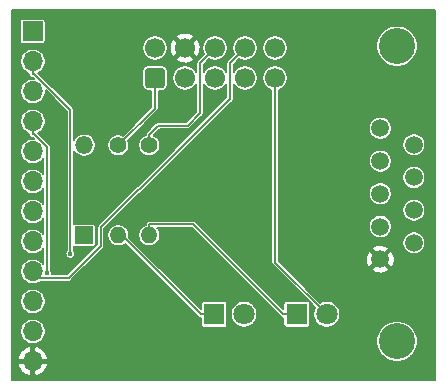
<source format=gbl>
G04 #@! TF.GenerationSoftware,KiCad,Pcbnew,(5.1.7)-1*
G04 #@! TF.CreationDate,2023-02-23T23:14:07-08:00*
G04 #@! TF.ProjectId,MB9X-UART,4d423958-2d55-4415-9254-2e6b69636164,rev?*
G04 #@! TF.SameCoordinates,Original*
G04 #@! TF.FileFunction,Copper,L2,Bot*
G04 #@! TF.FilePolarity,Positive*
%FSLAX46Y46*%
G04 Gerber Fmt 4.6, Leading zero omitted, Abs format (unit mm)*
G04 Created by KiCad (PCBNEW (5.1.7)-1) date 2023-02-23 23:14:07*
%MOMM*%
%LPD*%
G01*
G04 APERTURE LIST*
G04 #@! TA.AperFunction,ComponentPad*
%ADD10O,1.700000X1.700000*%
G04 #@! TD*
G04 #@! TA.AperFunction,ComponentPad*
%ADD11R,1.700000X1.700000*%
G04 #@! TD*
G04 #@! TA.AperFunction,ComponentPad*
%ADD12C,3.048000*%
G04 #@! TD*
G04 #@! TA.AperFunction,ComponentPad*
%ADD13C,1.498600*%
G04 #@! TD*
G04 #@! TA.AperFunction,ComponentPad*
%ADD14O,1.400000X1.400000*%
G04 #@! TD*
G04 #@! TA.AperFunction,ComponentPad*
%ADD15C,1.400000*%
G04 #@! TD*
G04 #@! TA.AperFunction,ComponentPad*
%ADD16C,1.700000*%
G04 #@! TD*
G04 #@! TA.AperFunction,ComponentPad*
%ADD17C,1.800000*%
G04 #@! TD*
G04 #@! TA.AperFunction,ComponentPad*
%ADD18R,1.800000X1.800000*%
G04 #@! TD*
G04 #@! TA.AperFunction,ComponentPad*
%ADD19O,1.500000X1.500000*%
G04 #@! TD*
G04 #@! TA.AperFunction,ComponentPad*
%ADD20R,1.500000X1.500000*%
G04 #@! TD*
G04 #@! TA.AperFunction,ViaPad*
%ADD21C,0.381000*%
G04 #@! TD*
G04 #@! TA.AperFunction,Conductor*
%ADD22C,0.152400*%
G04 #@! TD*
G04 #@! TA.AperFunction,Conductor*
%ADD23C,0.100000*%
G04 #@! TD*
G04 APERTURE END LIST*
D10*
X131650000Y-110190000D03*
X131650000Y-107650000D03*
X131650000Y-105110000D03*
X131650000Y-102570000D03*
X131650000Y-100030000D03*
X131650000Y-97490000D03*
X131650000Y-94950000D03*
X131650000Y-92410000D03*
X131650000Y-89870000D03*
X131650000Y-87330000D03*
X131650000Y-84790000D03*
D11*
X131650000Y-82250000D03*
D12*
X162500002Y-108495000D03*
X162500002Y-83505000D03*
D13*
X163920001Y-100154998D03*
X163920001Y-97384998D03*
X163920001Y-94614999D03*
X163920001Y-91844999D03*
X161080002Y-101539999D03*
X161080002Y-98770000D03*
X161080002Y-96000000D03*
X161080002Y-93230000D03*
X161080002Y-90460001D03*
D14*
X141500000Y-99520000D03*
D15*
X141500000Y-91900000D03*
D14*
X138900000Y-99520000D03*
D15*
X138900000Y-91900000D03*
D16*
X152160000Y-83660000D03*
X149620000Y-83660000D03*
X147080000Y-83660000D03*
X144540000Y-83660000D03*
X142000000Y-83660000D03*
X152160000Y-86200000D03*
X149620000Y-86200000D03*
X147080000Y-86200000D03*
X144540000Y-86200000D03*
G04 #@! TA.AperFunction,ComponentPad*
G36*
G01*
X142600000Y-87050000D02*
X141400000Y-87050000D01*
G75*
G02*
X141150000Y-86800000I0J250000D01*
G01*
X141150000Y-85600000D01*
G75*
G02*
X141400000Y-85350000I250000J0D01*
G01*
X142600000Y-85350000D01*
G75*
G02*
X142850000Y-85600000I0J-250000D01*
G01*
X142850000Y-86800000D01*
G75*
G02*
X142600000Y-87050000I-250000J0D01*
G01*
G37*
G04 #@! TD.AperFunction*
D17*
X156540000Y-106200000D03*
D18*
X154000000Y-106200000D03*
D17*
X149540000Y-106200000D03*
D18*
X147000000Y-106200000D03*
D19*
X136000000Y-91880000D03*
D20*
X136000000Y-99500000D03*
D21*
X157500000Y-93525000D03*
X142446100Y-106835000D03*
X142800000Y-97600000D03*
X132860100Y-102702900D03*
X134826100Y-101073900D03*
D22*
X144540000Y-83660000D02*
X143219900Y-84980100D01*
X143219900Y-84980100D02*
X143219900Y-89936300D01*
X140571000Y-92585200D02*
X140571000Y-94514800D01*
X140571000Y-94514800D02*
X140876100Y-94819900D01*
X152160000Y-86200000D02*
X152160000Y-101820000D01*
X152160000Y-101820000D02*
X156540000Y-106200000D01*
X147000000Y-106200000D02*
X145871100Y-106200000D01*
X139180000Y-99508900D02*
X139000000Y-99508900D01*
X139191100Y-99520000D02*
X139335550Y-99664450D01*
X138900000Y-99520000D02*
X139191100Y-99520000D01*
X139335550Y-99664450D02*
X139180000Y-99508900D01*
X145871100Y-106200000D02*
X139335550Y-99664450D01*
X154000000Y-106200000D02*
X152871100Y-106200000D01*
X152871100Y-106200000D02*
X145251100Y-98580000D01*
X145251100Y-98580000D02*
X141500000Y-98580000D01*
X141500000Y-98580000D02*
X141500000Y-99520000D01*
X131650000Y-102570000D02*
X132212400Y-103132400D01*
X132212400Y-103132400D02*
X134691900Y-103132400D01*
X134691900Y-103132400D02*
X137417000Y-100407300D01*
X137417000Y-100407300D02*
X137417000Y-98840300D01*
X137417000Y-98840300D02*
X140630000Y-95627300D01*
X140630000Y-95627300D02*
X140691100Y-95627300D01*
X140691100Y-95627300D02*
X148350000Y-87968400D01*
X148350000Y-87968400D02*
X148350000Y-84930000D01*
X148350000Y-84930000D02*
X149620000Y-83660000D01*
X147080000Y-83660000D02*
X145810000Y-84930000D01*
X145810000Y-84930000D02*
X145810000Y-89190000D01*
X141500000Y-91900000D02*
X141500000Y-91000000D01*
X144758890Y-90241110D02*
X145810000Y-89190000D01*
X142258890Y-90241110D02*
X144758890Y-90241110D01*
X141500000Y-91000000D02*
X142258890Y-90241110D01*
X142000000Y-88800000D02*
X142000000Y-86200000D01*
X138900000Y-91900000D02*
X142000000Y-88800000D01*
X131650000Y-89870000D02*
X131650000Y-90948900D01*
X131650000Y-90948900D02*
X131784900Y-90948900D01*
X131784900Y-90948900D02*
X132860100Y-92024100D01*
X132860100Y-92024100D02*
X132860100Y-102702900D01*
X131650000Y-84790000D02*
X131650000Y-85868900D01*
X131650000Y-85868900D02*
X131784900Y-85868900D01*
X131784900Y-85868900D02*
X134826100Y-88910100D01*
X134826100Y-88910100D02*
X134826100Y-101073900D01*
X165746400Y-111746400D02*
X129853600Y-111746400D01*
X129853600Y-110506601D01*
X130381720Y-110506601D01*
X130419565Y-110631377D01*
X130529316Y-110862942D01*
X130682134Y-111068646D01*
X130872147Y-111240584D01*
X131092052Y-111372149D01*
X131333399Y-111458285D01*
X131535700Y-111377898D01*
X131535700Y-110304300D01*
X131764300Y-110304300D01*
X131764300Y-111377898D01*
X131966601Y-111458285D01*
X132207948Y-111372149D01*
X132427853Y-111240584D01*
X132617866Y-111068646D01*
X132770684Y-110862942D01*
X132880435Y-110631377D01*
X132918280Y-110506601D01*
X132837411Y-110304300D01*
X131764300Y-110304300D01*
X131535700Y-110304300D01*
X130462589Y-110304300D01*
X130381720Y-110506601D01*
X129853600Y-110506601D01*
X129853600Y-109873399D01*
X130381720Y-109873399D01*
X130462589Y-110075700D01*
X131535700Y-110075700D01*
X131535700Y-109002102D01*
X131764300Y-109002102D01*
X131764300Y-110075700D01*
X132837411Y-110075700D01*
X132918280Y-109873399D01*
X132880435Y-109748623D01*
X132770684Y-109517058D01*
X132617866Y-109311354D01*
X132427853Y-109139416D01*
X132207948Y-109007851D01*
X131966601Y-108921715D01*
X131764300Y-109002102D01*
X131535700Y-109002102D01*
X131333399Y-108921715D01*
X131092052Y-109007851D01*
X130872147Y-109139416D01*
X130682134Y-109311354D01*
X130529316Y-109517058D01*
X130419565Y-109748623D01*
X130381720Y-109873399D01*
X129853600Y-109873399D01*
X129853600Y-107543767D01*
X130571400Y-107543767D01*
X130571400Y-107756233D01*
X130612850Y-107964616D01*
X130694157Y-108160909D01*
X130812197Y-108337567D01*
X130962433Y-108487803D01*
X131139091Y-108605843D01*
X131335384Y-108687150D01*
X131543767Y-108728600D01*
X131756233Y-108728600D01*
X131964616Y-108687150D01*
X132160909Y-108605843D01*
X132337567Y-108487803D01*
X132487803Y-108337567D01*
X132497948Y-108322384D01*
X160747402Y-108322384D01*
X160747402Y-108667616D01*
X160814754Y-109006215D01*
X160946868Y-109325167D01*
X161138669Y-109612217D01*
X161382785Y-109856333D01*
X161669835Y-110048134D01*
X161988787Y-110180248D01*
X162327386Y-110247600D01*
X162672618Y-110247600D01*
X163011217Y-110180248D01*
X163330169Y-110048134D01*
X163617219Y-109856333D01*
X163861335Y-109612217D01*
X164053136Y-109325167D01*
X164185250Y-109006215D01*
X164252602Y-108667616D01*
X164252602Y-108322384D01*
X164185250Y-107983785D01*
X164053136Y-107664833D01*
X163861335Y-107377783D01*
X163617219Y-107133667D01*
X163330169Y-106941866D01*
X163011217Y-106809752D01*
X162672618Y-106742400D01*
X162327386Y-106742400D01*
X161988787Y-106809752D01*
X161669835Y-106941866D01*
X161382785Y-107133667D01*
X161138669Y-107377783D01*
X160946868Y-107664833D01*
X160814754Y-107983785D01*
X160747402Y-108322384D01*
X132497948Y-108322384D01*
X132605843Y-108160909D01*
X132687150Y-107964616D01*
X132728600Y-107756233D01*
X132728600Y-107543767D01*
X132687150Y-107335384D01*
X132605843Y-107139091D01*
X132487803Y-106962433D01*
X132337567Y-106812197D01*
X132160909Y-106694157D01*
X131964616Y-106612850D01*
X131756233Y-106571400D01*
X131543767Y-106571400D01*
X131335384Y-106612850D01*
X131139091Y-106694157D01*
X130962433Y-106812197D01*
X130812197Y-106962433D01*
X130694157Y-107139091D01*
X130612850Y-107335384D01*
X130571400Y-107543767D01*
X129853600Y-107543767D01*
X129853600Y-105003767D01*
X130571400Y-105003767D01*
X130571400Y-105216233D01*
X130612850Y-105424616D01*
X130694157Y-105620909D01*
X130812197Y-105797567D01*
X130962433Y-105947803D01*
X131139091Y-106065843D01*
X131335384Y-106147150D01*
X131543767Y-106188600D01*
X131756233Y-106188600D01*
X131964616Y-106147150D01*
X132160909Y-106065843D01*
X132337567Y-105947803D01*
X132487803Y-105797567D01*
X132605843Y-105620909D01*
X132687150Y-105424616D01*
X132728600Y-105216233D01*
X132728600Y-105003767D01*
X132687150Y-104795384D01*
X132605843Y-104599091D01*
X132487803Y-104422433D01*
X132337567Y-104272197D01*
X132160909Y-104154157D01*
X131964616Y-104072850D01*
X131756233Y-104031400D01*
X131543767Y-104031400D01*
X131335384Y-104072850D01*
X131139091Y-104154157D01*
X130962433Y-104272197D01*
X130812197Y-104422433D01*
X130694157Y-104599091D01*
X130612850Y-104795384D01*
X130571400Y-105003767D01*
X129853600Y-105003767D01*
X129853600Y-89763767D01*
X130571400Y-89763767D01*
X130571400Y-89976233D01*
X130612850Y-90184616D01*
X130694157Y-90380909D01*
X130812197Y-90557567D01*
X130962433Y-90707803D01*
X131139091Y-90825843D01*
X131335384Y-90907150D01*
X131345201Y-90909103D01*
X131345201Y-90933924D01*
X131343726Y-90948900D01*
X131349611Y-91008651D01*
X131367040Y-91066106D01*
X131395342Y-91119057D01*
X131433432Y-91165468D01*
X131479843Y-91203558D01*
X131532794Y-91231860D01*
X131590249Y-91249289D01*
X131635034Y-91253700D01*
X131635035Y-91253700D01*
X131650000Y-91255174D01*
X131659215Y-91254266D01*
X131736349Y-91331400D01*
X131543767Y-91331400D01*
X131335384Y-91372850D01*
X131139091Y-91454157D01*
X130962433Y-91572197D01*
X130812197Y-91722433D01*
X130694157Y-91899091D01*
X130612850Y-92095384D01*
X130571400Y-92303767D01*
X130571400Y-92516233D01*
X130612850Y-92724616D01*
X130694157Y-92920909D01*
X130812197Y-93097567D01*
X130962433Y-93247803D01*
X131139091Y-93365843D01*
X131335384Y-93447150D01*
X131543767Y-93488600D01*
X131756233Y-93488600D01*
X131964616Y-93447150D01*
X132160909Y-93365843D01*
X132337567Y-93247803D01*
X132487803Y-93097567D01*
X132555300Y-92996551D01*
X132555300Y-94363449D01*
X132487803Y-94262433D01*
X132337567Y-94112197D01*
X132160909Y-93994157D01*
X131964616Y-93912850D01*
X131756233Y-93871400D01*
X131543767Y-93871400D01*
X131335384Y-93912850D01*
X131139091Y-93994157D01*
X130962433Y-94112197D01*
X130812197Y-94262433D01*
X130694157Y-94439091D01*
X130612850Y-94635384D01*
X130571400Y-94843767D01*
X130571400Y-95056233D01*
X130612850Y-95264616D01*
X130694157Y-95460909D01*
X130812197Y-95637567D01*
X130962433Y-95787803D01*
X131139091Y-95905843D01*
X131335384Y-95987150D01*
X131543767Y-96028600D01*
X131756233Y-96028600D01*
X131964616Y-95987150D01*
X132160909Y-95905843D01*
X132337567Y-95787803D01*
X132487803Y-95637567D01*
X132555300Y-95536551D01*
X132555300Y-96903449D01*
X132487803Y-96802433D01*
X132337567Y-96652197D01*
X132160909Y-96534157D01*
X131964616Y-96452850D01*
X131756233Y-96411400D01*
X131543767Y-96411400D01*
X131335384Y-96452850D01*
X131139091Y-96534157D01*
X130962433Y-96652197D01*
X130812197Y-96802433D01*
X130694157Y-96979091D01*
X130612850Y-97175384D01*
X130571400Y-97383767D01*
X130571400Y-97596233D01*
X130612850Y-97804616D01*
X130694157Y-98000909D01*
X130812197Y-98177567D01*
X130962433Y-98327803D01*
X131139091Y-98445843D01*
X131335384Y-98527150D01*
X131543767Y-98568600D01*
X131756233Y-98568600D01*
X131964616Y-98527150D01*
X132160909Y-98445843D01*
X132337567Y-98327803D01*
X132487803Y-98177567D01*
X132555301Y-98076551D01*
X132555301Y-99443450D01*
X132487803Y-99342433D01*
X132337567Y-99192197D01*
X132160909Y-99074157D01*
X131964616Y-98992850D01*
X131756233Y-98951400D01*
X131543767Y-98951400D01*
X131335384Y-98992850D01*
X131139091Y-99074157D01*
X130962433Y-99192197D01*
X130812197Y-99342433D01*
X130694157Y-99519091D01*
X130612850Y-99715384D01*
X130571400Y-99923767D01*
X130571400Y-100136233D01*
X130612850Y-100344616D01*
X130694157Y-100540909D01*
X130812197Y-100717567D01*
X130962433Y-100867803D01*
X131139091Y-100985843D01*
X131335384Y-101067150D01*
X131543767Y-101108600D01*
X131756233Y-101108600D01*
X131964616Y-101067150D01*
X132160909Y-100985843D01*
X132337567Y-100867803D01*
X132487803Y-100717567D01*
X132555301Y-100616550D01*
X132555301Y-101983450D01*
X132487803Y-101882433D01*
X132337567Y-101732197D01*
X132160909Y-101614157D01*
X131964616Y-101532850D01*
X131756233Y-101491400D01*
X131543767Y-101491400D01*
X131335384Y-101532850D01*
X131139091Y-101614157D01*
X130962433Y-101732197D01*
X130812197Y-101882433D01*
X130694157Y-102059091D01*
X130612850Y-102255384D01*
X130571400Y-102463767D01*
X130571400Y-102676233D01*
X130612850Y-102884616D01*
X130694157Y-103080909D01*
X130812197Y-103257567D01*
X130962433Y-103407803D01*
X131139091Y-103525843D01*
X131335384Y-103607150D01*
X131543767Y-103648600D01*
X131756233Y-103648600D01*
X131964616Y-103607150D01*
X132160909Y-103525843D01*
X132293572Y-103437200D01*
X134676942Y-103437200D01*
X134691900Y-103438673D01*
X134706858Y-103437200D01*
X134706866Y-103437200D01*
X134751651Y-103432789D01*
X134809106Y-103415360D01*
X134862057Y-103387058D01*
X134908468Y-103348968D01*
X134918012Y-103337339D01*
X137621945Y-100633407D01*
X137633568Y-100623868D01*
X137671658Y-100577457D01*
X137699960Y-100524506D01*
X137717389Y-100467051D01*
X137721800Y-100422266D01*
X137721800Y-100422259D01*
X137723273Y-100407301D01*
X137721800Y-100392343D01*
X137721800Y-99428541D01*
X137971400Y-99428541D01*
X137971400Y-99611459D01*
X138007086Y-99790863D01*
X138077085Y-99959857D01*
X138178709Y-100111948D01*
X138308052Y-100241291D01*
X138460143Y-100342915D01*
X138629137Y-100412914D01*
X138808541Y-100448600D01*
X138991459Y-100448600D01*
X139170863Y-100412914D01*
X139339857Y-100342915D01*
X139485589Y-100245540D01*
X145644992Y-106404944D01*
X145654532Y-106416568D01*
X145700943Y-106454658D01*
X145753894Y-106482960D01*
X145793919Y-106495102D01*
X145811348Y-106500389D01*
X145816989Y-106500945D01*
X145856134Y-106504800D01*
X145856141Y-106504800D01*
X145870294Y-106506194D01*
X145870294Y-107100000D01*
X145874708Y-107144813D01*
X145887779Y-107187905D01*
X145909006Y-107227618D01*
X145937573Y-107262427D01*
X145972382Y-107290994D01*
X146012095Y-107312221D01*
X146055187Y-107325292D01*
X146100000Y-107329706D01*
X147900000Y-107329706D01*
X147944813Y-107325292D01*
X147987905Y-107312221D01*
X148027618Y-107290994D01*
X148062427Y-107262427D01*
X148090994Y-107227618D01*
X148112221Y-107187905D01*
X148125292Y-107144813D01*
X148129706Y-107100000D01*
X148129706Y-106088843D01*
X148411400Y-106088843D01*
X148411400Y-106311157D01*
X148454771Y-106529201D01*
X148539847Y-106734593D01*
X148663359Y-106919441D01*
X148820559Y-107076641D01*
X149005407Y-107200153D01*
X149210799Y-107285229D01*
X149428843Y-107328600D01*
X149651157Y-107328600D01*
X149869201Y-107285229D01*
X150074593Y-107200153D01*
X150259441Y-107076641D01*
X150416641Y-106919441D01*
X150540153Y-106734593D01*
X150625229Y-106529201D01*
X150668600Y-106311157D01*
X150668600Y-106088843D01*
X150625229Y-105870799D01*
X150540153Y-105665407D01*
X150416641Y-105480559D01*
X150259441Y-105323359D01*
X150074593Y-105199847D01*
X149869201Y-105114771D01*
X149651157Y-105071400D01*
X149428843Y-105071400D01*
X149210799Y-105114771D01*
X149005407Y-105199847D01*
X148820559Y-105323359D01*
X148663359Y-105480559D01*
X148539847Y-105665407D01*
X148454771Y-105870799D01*
X148411400Y-106088843D01*
X148129706Y-106088843D01*
X148129706Y-105300000D01*
X148125292Y-105255187D01*
X148112221Y-105212095D01*
X148090994Y-105172382D01*
X148062427Y-105137573D01*
X148027618Y-105109006D01*
X147987905Y-105087779D01*
X147944813Y-105074708D01*
X147900000Y-105070294D01*
X146100000Y-105070294D01*
X146055187Y-105074708D01*
X146012095Y-105087779D01*
X145972382Y-105109006D01*
X145937573Y-105137573D01*
X145909006Y-105172382D01*
X145887779Y-105212095D01*
X145874708Y-105255187D01*
X145870294Y-105300000D01*
X145870294Y-105768142D01*
X139809522Y-99707371D01*
X139828600Y-99611459D01*
X139828600Y-99428541D01*
X140571400Y-99428541D01*
X140571400Y-99611459D01*
X140607086Y-99790863D01*
X140677085Y-99959857D01*
X140778709Y-100111948D01*
X140908052Y-100241291D01*
X141060143Y-100342915D01*
X141229137Y-100412914D01*
X141408541Y-100448600D01*
X141591459Y-100448600D01*
X141770863Y-100412914D01*
X141939857Y-100342915D01*
X142091948Y-100241291D01*
X142221291Y-100111948D01*
X142322915Y-99959857D01*
X142392914Y-99790863D01*
X142428600Y-99611459D01*
X142428600Y-99428541D01*
X142392914Y-99249137D01*
X142322915Y-99080143D01*
X142221291Y-98928052D01*
X142178039Y-98884800D01*
X145124849Y-98884800D01*
X152644992Y-106404944D01*
X152654532Y-106416568D01*
X152700943Y-106454658D01*
X152753894Y-106482960D01*
X152793919Y-106495102D01*
X152811348Y-106500389D01*
X152816989Y-106500945D01*
X152856134Y-106504800D01*
X152856141Y-106504800D01*
X152870294Y-106506194D01*
X152870294Y-107100000D01*
X152874708Y-107144813D01*
X152887779Y-107187905D01*
X152909006Y-107227618D01*
X152937573Y-107262427D01*
X152972382Y-107290994D01*
X153012095Y-107312221D01*
X153055187Y-107325292D01*
X153100000Y-107329706D01*
X154900000Y-107329706D01*
X154944813Y-107325292D01*
X154987905Y-107312221D01*
X155027618Y-107290994D01*
X155062427Y-107262427D01*
X155090994Y-107227618D01*
X155112221Y-107187905D01*
X155125292Y-107144813D01*
X155129706Y-107100000D01*
X155129706Y-105300000D01*
X155125292Y-105255187D01*
X155112221Y-105212095D01*
X155102091Y-105193142D01*
X155553669Y-105644721D01*
X155539847Y-105665407D01*
X155454771Y-105870799D01*
X155411400Y-106088843D01*
X155411400Y-106311157D01*
X155454771Y-106529201D01*
X155539847Y-106734593D01*
X155663359Y-106919441D01*
X155820559Y-107076641D01*
X156005407Y-107200153D01*
X156210799Y-107285229D01*
X156428843Y-107328600D01*
X156651157Y-107328600D01*
X156869201Y-107285229D01*
X157074593Y-107200153D01*
X157259441Y-107076641D01*
X157416641Y-106919441D01*
X157540153Y-106734593D01*
X157625229Y-106529201D01*
X157668600Y-106311157D01*
X157668600Y-106088843D01*
X157625229Y-105870799D01*
X157540153Y-105665407D01*
X157416641Y-105480559D01*
X157259441Y-105323359D01*
X157074593Y-105199847D01*
X156869201Y-105114771D01*
X156651157Y-105071400D01*
X156428843Y-105071400D01*
X156210799Y-105114771D01*
X156005407Y-105199847D01*
X155984721Y-105213669D01*
X153164086Y-102393034D01*
X160388612Y-102393034D01*
X160463052Y-102583616D01*
X160678506Y-102683925D01*
X160909389Y-102740272D01*
X161146829Y-102750494D01*
X161381700Y-102714198D01*
X161604978Y-102632777D01*
X161696952Y-102583616D01*
X161771392Y-102393034D01*
X161080002Y-101701644D01*
X160388612Y-102393034D01*
X153164086Y-102393034D01*
X152464800Y-101693749D01*
X152464800Y-101606826D01*
X159869507Y-101606826D01*
X159905803Y-101841697D01*
X159987224Y-102064975D01*
X160036385Y-102156949D01*
X160226967Y-102231389D01*
X160918357Y-101539999D01*
X161241647Y-101539999D01*
X161933037Y-102231389D01*
X162123619Y-102156949D01*
X162223928Y-101941495D01*
X162280275Y-101710612D01*
X162290497Y-101473172D01*
X162254201Y-101238301D01*
X162172780Y-101015023D01*
X162123619Y-100923049D01*
X161933037Y-100848609D01*
X161241647Y-101539999D01*
X160918357Y-101539999D01*
X160226967Y-100848609D01*
X160036385Y-100923049D01*
X159936076Y-101138503D01*
X159879729Y-101369386D01*
X159869507Y-101606826D01*
X152464800Y-101606826D01*
X152464800Y-100686964D01*
X160388612Y-100686964D01*
X161080002Y-101378354D01*
X161771392Y-100686964D01*
X161696952Y-100496382D01*
X161481498Y-100396073D01*
X161250615Y-100339726D01*
X161013175Y-100329504D01*
X160778304Y-100365800D01*
X160555026Y-100447221D01*
X160463052Y-100496382D01*
X160388612Y-100686964D01*
X152464800Y-100686964D01*
X152464800Y-100058683D01*
X162942101Y-100058683D01*
X162942101Y-100251313D01*
X162979681Y-100440241D01*
X163053397Y-100618208D01*
X163160416Y-100778373D01*
X163296626Y-100914583D01*
X163456791Y-101021602D01*
X163634758Y-101095318D01*
X163823686Y-101132898D01*
X164016316Y-101132898D01*
X164205244Y-101095318D01*
X164383211Y-101021602D01*
X164543376Y-100914583D01*
X164679586Y-100778373D01*
X164786605Y-100618208D01*
X164860321Y-100440241D01*
X164897901Y-100251313D01*
X164897901Y-100058683D01*
X164860321Y-99869755D01*
X164786605Y-99691788D01*
X164679586Y-99531623D01*
X164543376Y-99395413D01*
X164383211Y-99288394D01*
X164205244Y-99214678D01*
X164016316Y-99177098D01*
X163823686Y-99177098D01*
X163634758Y-99214678D01*
X163456791Y-99288394D01*
X163296626Y-99395413D01*
X163160416Y-99531623D01*
X163053397Y-99691788D01*
X162979681Y-99869755D01*
X162942101Y-100058683D01*
X152464800Y-100058683D01*
X152464800Y-98673685D01*
X160102102Y-98673685D01*
X160102102Y-98866315D01*
X160139682Y-99055243D01*
X160213398Y-99233210D01*
X160320417Y-99393375D01*
X160456627Y-99529585D01*
X160616792Y-99636604D01*
X160794759Y-99710320D01*
X160983687Y-99747900D01*
X161176317Y-99747900D01*
X161365245Y-99710320D01*
X161543212Y-99636604D01*
X161703377Y-99529585D01*
X161839587Y-99393375D01*
X161946606Y-99233210D01*
X162020322Y-99055243D01*
X162057902Y-98866315D01*
X162057902Y-98673685D01*
X162020322Y-98484757D01*
X161946606Y-98306790D01*
X161839587Y-98146625D01*
X161703377Y-98010415D01*
X161543212Y-97903396D01*
X161365245Y-97829680D01*
X161176317Y-97792100D01*
X160983687Y-97792100D01*
X160794759Y-97829680D01*
X160616792Y-97903396D01*
X160456627Y-98010415D01*
X160320417Y-98146625D01*
X160213398Y-98306790D01*
X160139682Y-98484757D01*
X160102102Y-98673685D01*
X152464800Y-98673685D01*
X152464800Y-97288683D01*
X162942101Y-97288683D01*
X162942101Y-97481313D01*
X162979681Y-97670241D01*
X163053397Y-97848208D01*
X163160416Y-98008373D01*
X163296626Y-98144583D01*
X163456791Y-98251602D01*
X163634758Y-98325318D01*
X163823686Y-98362898D01*
X164016316Y-98362898D01*
X164205244Y-98325318D01*
X164383211Y-98251602D01*
X164543376Y-98144583D01*
X164679586Y-98008373D01*
X164786605Y-97848208D01*
X164860321Y-97670241D01*
X164897901Y-97481313D01*
X164897901Y-97288683D01*
X164860321Y-97099755D01*
X164786605Y-96921788D01*
X164679586Y-96761623D01*
X164543376Y-96625413D01*
X164383211Y-96518394D01*
X164205244Y-96444678D01*
X164016316Y-96407098D01*
X163823686Y-96407098D01*
X163634758Y-96444678D01*
X163456791Y-96518394D01*
X163296626Y-96625413D01*
X163160416Y-96761623D01*
X163053397Y-96921788D01*
X162979681Y-97099755D01*
X162942101Y-97288683D01*
X152464800Y-97288683D01*
X152464800Y-95903685D01*
X160102102Y-95903685D01*
X160102102Y-96096315D01*
X160139682Y-96285243D01*
X160213398Y-96463210D01*
X160320417Y-96623375D01*
X160456627Y-96759585D01*
X160616792Y-96866604D01*
X160794759Y-96940320D01*
X160983687Y-96977900D01*
X161176317Y-96977900D01*
X161365245Y-96940320D01*
X161543212Y-96866604D01*
X161703377Y-96759585D01*
X161839587Y-96623375D01*
X161946606Y-96463210D01*
X162020322Y-96285243D01*
X162057902Y-96096315D01*
X162057902Y-95903685D01*
X162020322Y-95714757D01*
X161946606Y-95536790D01*
X161839587Y-95376625D01*
X161703377Y-95240415D01*
X161543212Y-95133396D01*
X161365245Y-95059680D01*
X161176317Y-95022100D01*
X160983687Y-95022100D01*
X160794759Y-95059680D01*
X160616792Y-95133396D01*
X160456627Y-95240415D01*
X160320417Y-95376625D01*
X160213398Y-95536790D01*
X160139682Y-95714757D01*
X160102102Y-95903685D01*
X152464800Y-95903685D01*
X152464800Y-94518684D01*
X162942101Y-94518684D01*
X162942101Y-94711314D01*
X162979681Y-94900242D01*
X163053397Y-95078209D01*
X163160416Y-95238374D01*
X163296626Y-95374584D01*
X163456791Y-95481603D01*
X163634758Y-95555319D01*
X163823686Y-95592899D01*
X164016316Y-95592899D01*
X164205244Y-95555319D01*
X164383211Y-95481603D01*
X164543376Y-95374584D01*
X164679586Y-95238374D01*
X164786605Y-95078209D01*
X164860321Y-94900242D01*
X164897901Y-94711314D01*
X164897901Y-94518684D01*
X164860321Y-94329756D01*
X164786605Y-94151789D01*
X164679586Y-93991624D01*
X164543376Y-93855414D01*
X164383211Y-93748395D01*
X164205244Y-93674679D01*
X164016316Y-93637099D01*
X163823686Y-93637099D01*
X163634758Y-93674679D01*
X163456791Y-93748395D01*
X163296626Y-93855414D01*
X163160416Y-93991624D01*
X163053397Y-94151789D01*
X162979681Y-94329756D01*
X162942101Y-94518684D01*
X152464800Y-94518684D01*
X152464800Y-93133685D01*
X160102102Y-93133685D01*
X160102102Y-93326315D01*
X160139682Y-93515243D01*
X160213398Y-93693210D01*
X160320417Y-93853375D01*
X160456627Y-93989585D01*
X160616792Y-94096604D01*
X160794759Y-94170320D01*
X160983687Y-94207900D01*
X161176317Y-94207900D01*
X161365245Y-94170320D01*
X161543212Y-94096604D01*
X161703377Y-93989585D01*
X161839587Y-93853375D01*
X161946606Y-93693210D01*
X162020322Y-93515243D01*
X162057902Y-93326315D01*
X162057902Y-93133685D01*
X162020322Y-92944757D01*
X161946606Y-92766790D01*
X161839587Y-92606625D01*
X161703377Y-92470415D01*
X161543212Y-92363396D01*
X161365245Y-92289680D01*
X161176317Y-92252100D01*
X160983687Y-92252100D01*
X160794759Y-92289680D01*
X160616792Y-92363396D01*
X160456627Y-92470415D01*
X160320417Y-92606625D01*
X160213398Y-92766790D01*
X160139682Y-92944757D01*
X160102102Y-93133685D01*
X152464800Y-93133685D01*
X152464800Y-91748684D01*
X162942101Y-91748684D01*
X162942101Y-91941314D01*
X162979681Y-92130242D01*
X163053397Y-92308209D01*
X163160416Y-92468374D01*
X163296626Y-92604584D01*
X163456791Y-92711603D01*
X163634758Y-92785319D01*
X163823686Y-92822899D01*
X164016316Y-92822899D01*
X164205244Y-92785319D01*
X164383211Y-92711603D01*
X164543376Y-92604584D01*
X164679586Y-92468374D01*
X164786605Y-92308209D01*
X164860321Y-92130242D01*
X164897901Y-91941314D01*
X164897901Y-91748684D01*
X164860321Y-91559756D01*
X164786605Y-91381789D01*
X164679586Y-91221624D01*
X164543376Y-91085414D01*
X164383211Y-90978395D01*
X164205244Y-90904679D01*
X164016316Y-90867099D01*
X163823686Y-90867099D01*
X163634758Y-90904679D01*
X163456791Y-90978395D01*
X163296626Y-91085414D01*
X163160416Y-91221624D01*
X163053397Y-91381789D01*
X162979681Y-91559756D01*
X162942101Y-91748684D01*
X152464800Y-91748684D01*
X152464800Y-90363686D01*
X160102102Y-90363686D01*
X160102102Y-90556316D01*
X160139682Y-90745244D01*
X160213398Y-90923211D01*
X160320417Y-91083376D01*
X160456627Y-91219586D01*
X160616792Y-91326605D01*
X160794759Y-91400321D01*
X160983687Y-91437901D01*
X161176317Y-91437901D01*
X161365245Y-91400321D01*
X161543212Y-91326605D01*
X161703377Y-91219586D01*
X161839587Y-91083376D01*
X161946606Y-90923211D01*
X162020322Y-90745244D01*
X162057902Y-90556316D01*
X162057902Y-90363686D01*
X162020322Y-90174758D01*
X161946606Y-89996791D01*
X161839587Y-89836626D01*
X161703377Y-89700416D01*
X161543212Y-89593397D01*
X161365245Y-89519681D01*
X161176317Y-89482101D01*
X160983687Y-89482101D01*
X160794759Y-89519681D01*
X160616792Y-89593397D01*
X160456627Y-89700416D01*
X160320417Y-89836626D01*
X160213398Y-89996791D01*
X160139682Y-90174758D01*
X160102102Y-90363686D01*
X152464800Y-90363686D01*
X152464800Y-87239103D01*
X152474616Y-87237150D01*
X152670909Y-87155843D01*
X152847567Y-87037803D01*
X152997803Y-86887567D01*
X153115843Y-86710909D01*
X153197150Y-86514616D01*
X153238600Y-86306233D01*
X153238600Y-86093767D01*
X153197150Y-85885384D01*
X153115843Y-85689091D01*
X152997803Y-85512433D01*
X152847567Y-85362197D01*
X152670909Y-85244157D01*
X152474616Y-85162850D01*
X152266233Y-85121400D01*
X152053767Y-85121400D01*
X151845384Y-85162850D01*
X151649091Y-85244157D01*
X151472433Y-85362197D01*
X151322197Y-85512433D01*
X151204157Y-85689091D01*
X151122850Y-85885384D01*
X151081400Y-86093767D01*
X151081400Y-86306233D01*
X151122850Y-86514616D01*
X151204157Y-86710909D01*
X151322197Y-86887567D01*
X151472433Y-87037803D01*
X151649091Y-87155843D01*
X151845384Y-87237150D01*
X151855200Y-87239103D01*
X151855201Y-101805032D01*
X151853727Y-101820000D01*
X151859611Y-101879751D01*
X151877040Y-101937205D01*
X151877041Y-101937206D01*
X151905343Y-101990157D01*
X151943433Y-102036568D01*
X151955057Y-102046108D01*
X155006858Y-105097909D01*
X154987905Y-105087779D01*
X154944813Y-105074708D01*
X154900000Y-105070294D01*
X153100000Y-105070294D01*
X153055187Y-105074708D01*
X153012095Y-105087779D01*
X152972382Y-105109006D01*
X152937573Y-105137573D01*
X152909006Y-105172382D01*
X152887779Y-105212095D01*
X152874708Y-105255187D01*
X152870294Y-105300000D01*
X152870294Y-105768142D01*
X145477212Y-98375061D01*
X145467668Y-98363432D01*
X145421257Y-98325342D01*
X145368306Y-98297040D01*
X145310851Y-98279611D01*
X145266066Y-98275200D01*
X145266058Y-98275200D01*
X145251100Y-98273727D01*
X145236142Y-98275200D01*
X141514965Y-98275200D01*
X141500000Y-98273726D01*
X141485034Y-98275200D01*
X141440249Y-98279611D01*
X141382794Y-98297040D01*
X141329843Y-98325342D01*
X141283432Y-98363432D01*
X141245342Y-98409843D01*
X141217040Y-98462794D01*
X141199611Y-98520249D01*
X141193726Y-98580000D01*
X141195200Y-98594966D01*
X141195200Y-98641143D01*
X141060143Y-98697085D01*
X140908052Y-98798709D01*
X140778709Y-98928052D01*
X140677085Y-99080143D01*
X140607086Y-99249137D01*
X140571400Y-99428541D01*
X139828600Y-99428541D01*
X139792914Y-99249137D01*
X139722915Y-99080143D01*
X139621291Y-98928052D01*
X139491948Y-98798709D01*
X139339857Y-98697085D01*
X139170863Y-98627086D01*
X138991459Y-98591400D01*
X138808541Y-98591400D01*
X138629137Y-98627086D01*
X138460143Y-98697085D01*
X138308052Y-98798709D01*
X138178709Y-98928052D01*
X138077085Y-99080143D01*
X138007086Y-99249137D01*
X137971400Y-99428541D01*
X137721800Y-99428541D01*
X137721800Y-98966551D01*
X140764936Y-95923416D01*
X140808306Y-95910260D01*
X140861257Y-95881958D01*
X140907668Y-95843868D01*
X140917212Y-95832239D01*
X148554945Y-88194507D01*
X148566568Y-88184968D01*
X148604658Y-88138557D01*
X148632960Y-88085606D01*
X148650389Y-88028151D01*
X148654800Y-87983366D01*
X148654800Y-87983359D01*
X148656273Y-87968401D01*
X148654800Y-87953443D01*
X148654800Y-86688319D01*
X148664157Y-86710909D01*
X148782197Y-86887567D01*
X148932433Y-87037803D01*
X149109091Y-87155843D01*
X149305384Y-87237150D01*
X149513767Y-87278600D01*
X149726233Y-87278600D01*
X149934616Y-87237150D01*
X150130909Y-87155843D01*
X150307567Y-87037803D01*
X150457803Y-86887567D01*
X150575843Y-86710909D01*
X150657150Y-86514616D01*
X150698600Y-86306233D01*
X150698600Y-86093767D01*
X150657150Y-85885384D01*
X150575843Y-85689091D01*
X150457803Y-85512433D01*
X150307567Y-85362197D01*
X150130909Y-85244157D01*
X149934616Y-85162850D01*
X149726233Y-85121400D01*
X149513767Y-85121400D01*
X149305384Y-85162850D01*
X149109091Y-85244157D01*
X148932433Y-85362197D01*
X148782197Y-85512433D01*
X148664157Y-85689091D01*
X148654800Y-85711681D01*
X148654800Y-85056251D01*
X149100769Y-84610282D01*
X149109091Y-84615843D01*
X149305384Y-84697150D01*
X149513767Y-84738600D01*
X149726233Y-84738600D01*
X149934616Y-84697150D01*
X150130909Y-84615843D01*
X150307567Y-84497803D01*
X150457803Y-84347567D01*
X150575843Y-84170909D01*
X150657150Y-83974616D01*
X150698600Y-83766233D01*
X150698600Y-83553767D01*
X151081400Y-83553767D01*
X151081400Y-83766233D01*
X151122850Y-83974616D01*
X151204157Y-84170909D01*
X151322197Y-84347567D01*
X151472433Y-84497803D01*
X151649091Y-84615843D01*
X151845384Y-84697150D01*
X152053767Y-84738600D01*
X152266233Y-84738600D01*
X152474616Y-84697150D01*
X152670909Y-84615843D01*
X152847567Y-84497803D01*
X152997803Y-84347567D01*
X153115843Y-84170909D01*
X153197150Y-83974616D01*
X153238600Y-83766233D01*
X153238600Y-83553767D01*
X153197150Y-83345384D01*
X153191766Y-83332384D01*
X160747402Y-83332384D01*
X160747402Y-83677616D01*
X160814754Y-84016215D01*
X160946868Y-84335167D01*
X161138669Y-84622217D01*
X161382785Y-84866333D01*
X161669835Y-85058134D01*
X161988787Y-85190248D01*
X162327386Y-85257600D01*
X162672618Y-85257600D01*
X163011217Y-85190248D01*
X163330169Y-85058134D01*
X163617219Y-84866333D01*
X163861335Y-84622217D01*
X164053136Y-84335167D01*
X164185250Y-84016215D01*
X164252602Y-83677616D01*
X164252602Y-83332384D01*
X164185250Y-82993785D01*
X164053136Y-82674833D01*
X163861335Y-82387783D01*
X163617219Y-82143667D01*
X163330169Y-81951866D01*
X163011217Y-81819752D01*
X162672618Y-81752400D01*
X162327386Y-81752400D01*
X161988787Y-81819752D01*
X161669835Y-81951866D01*
X161382785Y-82143667D01*
X161138669Y-82387783D01*
X160946868Y-82674833D01*
X160814754Y-82993785D01*
X160747402Y-83332384D01*
X153191766Y-83332384D01*
X153115843Y-83149091D01*
X152997803Y-82972433D01*
X152847567Y-82822197D01*
X152670909Y-82704157D01*
X152474616Y-82622850D01*
X152266233Y-82581400D01*
X152053767Y-82581400D01*
X151845384Y-82622850D01*
X151649091Y-82704157D01*
X151472433Y-82822197D01*
X151322197Y-82972433D01*
X151204157Y-83149091D01*
X151122850Y-83345384D01*
X151081400Y-83553767D01*
X150698600Y-83553767D01*
X150657150Y-83345384D01*
X150575843Y-83149091D01*
X150457803Y-82972433D01*
X150307567Y-82822197D01*
X150130909Y-82704157D01*
X149934616Y-82622850D01*
X149726233Y-82581400D01*
X149513767Y-82581400D01*
X149305384Y-82622850D01*
X149109091Y-82704157D01*
X148932433Y-82822197D01*
X148782197Y-82972433D01*
X148664157Y-83149091D01*
X148582850Y-83345384D01*
X148541400Y-83553767D01*
X148541400Y-83766233D01*
X148582850Y-83974616D01*
X148664157Y-84170909D01*
X148669718Y-84179231D01*
X148145057Y-84703892D01*
X148133433Y-84713432D01*
X148095343Y-84759843D01*
X148087223Y-84775035D01*
X148067040Y-84812795D01*
X148049611Y-84870249D01*
X148043727Y-84930000D01*
X148045201Y-84944968D01*
X148045201Y-85711683D01*
X148035843Y-85689091D01*
X147917803Y-85512433D01*
X147767567Y-85362197D01*
X147590909Y-85244157D01*
X147394616Y-85162850D01*
X147186233Y-85121400D01*
X146973767Y-85121400D01*
X146765384Y-85162850D01*
X146569091Y-85244157D01*
X146392433Y-85362197D01*
X146242197Y-85512433D01*
X146124157Y-85689091D01*
X146114800Y-85711681D01*
X146114800Y-85056251D01*
X146560769Y-84610282D01*
X146569091Y-84615843D01*
X146765384Y-84697150D01*
X146973767Y-84738600D01*
X147186233Y-84738600D01*
X147394616Y-84697150D01*
X147590909Y-84615843D01*
X147767567Y-84497803D01*
X147917803Y-84347567D01*
X148035843Y-84170909D01*
X148117150Y-83974616D01*
X148158600Y-83766233D01*
X148158600Y-83553767D01*
X148117150Y-83345384D01*
X148035843Y-83149091D01*
X147917803Y-82972433D01*
X147767567Y-82822197D01*
X147590909Y-82704157D01*
X147394616Y-82622850D01*
X147186233Y-82581400D01*
X146973767Y-82581400D01*
X146765384Y-82622850D01*
X146569091Y-82704157D01*
X146392433Y-82822197D01*
X146242197Y-82972433D01*
X146124157Y-83149091D01*
X146042850Y-83345384D01*
X146001400Y-83553767D01*
X146001400Y-83766233D01*
X146042850Y-83974616D01*
X146124157Y-84170909D01*
X146129718Y-84179231D01*
X145605061Y-84703888D01*
X145593432Y-84713432D01*
X145555342Y-84759844D01*
X145527040Y-84812795D01*
X145509611Y-84870250D01*
X145505200Y-84915035D01*
X145505200Y-84915042D01*
X145503727Y-84930000D01*
X145505200Y-84944958D01*
X145505200Y-85711681D01*
X145495843Y-85689091D01*
X145377803Y-85512433D01*
X145227567Y-85362197D01*
X145050909Y-85244157D01*
X144854616Y-85162850D01*
X144646233Y-85121400D01*
X144433767Y-85121400D01*
X144225384Y-85162850D01*
X144029091Y-85244157D01*
X143852433Y-85362197D01*
X143702197Y-85512433D01*
X143584157Y-85689091D01*
X143502850Y-85885384D01*
X143461400Y-86093767D01*
X143461400Y-86306233D01*
X143502850Y-86514616D01*
X143584157Y-86710909D01*
X143702197Y-86887567D01*
X143852433Y-87037803D01*
X144029091Y-87155843D01*
X144225384Y-87237150D01*
X144433767Y-87278600D01*
X144646233Y-87278600D01*
X144854616Y-87237150D01*
X145050909Y-87155843D01*
X145227567Y-87037803D01*
X145377803Y-86887567D01*
X145495843Y-86710909D01*
X145505200Y-86688319D01*
X145505201Y-89063747D01*
X144632639Y-89936310D01*
X142273848Y-89936310D01*
X142258890Y-89934837D01*
X142243932Y-89936310D01*
X142243924Y-89936310D01*
X142199139Y-89940721D01*
X142141684Y-89958150D01*
X142088733Y-89986452D01*
X142071845Y-90000312D01*
X142053946Y-90015001D01*
X142053940Y-90015007D01*
X142042322Y-90024542D01*
X142032787Y-90036160D01*
X141295056Y-90773893D01*
X141283433Y-90783432D01*
X141245343Y-90829843D01*
X141230215Y-90858146D01*
X141217040Y-90882795D01*
X141199611Y-90940249D01*
X141193727Y-91000000D01*
X141195201Y-91014968D01*
X141195201Y-91021143D01*
X141060143Y-91077085D01*
X140908052Y-91178709D01*
X140778709Y-91308052D01*
X140677085Y-91460143D01*
X140607086Y-91629137D01*
X140571400Y-91808541D01*
X140571400Y-91991459D01*
X140607086Y-92170863D01*
X140677085Y-92339857D01*
X140778709Y-92491948D01*
X140908052Y-92621291D01*
X141060143Y-92722915D01*
X141229137Y-92792914D01*
X141408541Y-92828600D01*
X141591459Y-92828600D01*
X141770863Y-92792914D01*
X141939857Y-92722915D01*
X142091948Y-92621291D01*
X142221291Y-92491948D01*
X142322915Y-92339857D01*
X142392914Y-92170863D01*
X142428600Y-91991459D01*
X142428600Y-91808541D01*
X142392914Y-91629137D01*
X142322915Y-91460143D01*
X142221291Y-91308052D01*
X142091948Y-91178709D01*
X141939857Y-91077085D01*
X141879123Y-91051928D01*
X142385143Y-90545910D01*
X144743932Y-90545910D01*
X144758890Y-90547383D01*
X144773848Y-90545910D01*
X144773856Y-90545910D01*
X144818641Y-90541499D01*
X144876096Y-90524070D01*
X144929047Y-90495768D01*
X144975458Y-90457678D01*
X144985002Y-90446049D01*
X146014944Y-89416108D01*
X146026568Y-89406568D01*
X146064658Y-89360157D01*
X146092960Y-89307206D01*
X146110389Y-89249751D01*
X146114800Y-89204966D01*
X146114800Y-89204959D01*
X146116273Y-89190001D01*
X146114800Y-89175043D01*
X146114800Y-86688319D01*
X146124157Y-86710909D01*
X146242197Y-86887567D01*
X146392433Y-87037803D01*
X146569091Y-87155843D01*
X146765384Y-87237150D01*
X146973767Y-87278600D01*
X147186233Y-87278600D01*
X147394616Y-87237150D01*
X147590909Y-87155843D01*
X147767567Y-87037803D01*
X147917803Y-86887567D01*
X148035843Y-86710909D01*
X148045200Y-86688319D01*
X148045200Y-87842148D01*
X140556166Y-95331183D01*
X140512794Y-95344340D01*
X140459843Y-95372642D01*
X140413432Y-95410732D01*
X140403892Y-95422356D01*
X137212057Y-98614192D01*
X137200433Y-98623732D01*
X137162343Y-98670143D01*
X137160450Y-98673685D01*
X137134040Y-98723095D01*
X137116611Y-98780549D01*
X137110727Y-98840300D01*
X137112201Y-98855268D01*
X137112200Y-100281048D01*
X134565649Y-102827600D01*
X133262078Y-102827600D01*
X133263094Y-102825147D01*
X133279200Y-102744178D01*
X133279200Y-102661622D01*
X133263094Y-102580653D01*
X133231502Y-102504382D01*
X133185636Y-102435739D01*
X133164900Y-102415003D01*
X133164900Y-92039057D01*
X133166373Y-92024099D01*
X133164900Y-92009141D01*
X133164900Y-92009134D01*
X133160489Y-91964349D01*
X133143060Y-91906894D01*
X133114758Y-91853943D01*
X133076668Y-91807532D01*
X133065045Y-91797993D01*
X132112815Y-90845764D01*
X132160909Y-90825843D01*
X132337567Y-90707803D01*
X132487803Y-90557567D01*
X132605843Y-90380909D01*
X132687150Y-90184616D01*
X132728600Y-89976233D01*
X132728600Y-89763767D01*
X132687150Y-89555384D01*
X132605843Y-89359091D01*
X132487803Y-89182433D01*
X132337567Y-89032197D01*
X132160909Y-88914157D01*
X131964616Y-88832850D01*
X131756233Y-88791400D01*
X131543767Y-88791400D01*
X131335384Y-88832850D01*
X131139091Y-88914157D01*
X130962433Y-89032197D01*
X130812197Y-89182433D01*
X130694157Y-89359091D01*
X130612850Y-89555384D01*
X130571400Y-89763767D01*
X129853600Y-89763767D01*
X129853600Y-84683767D01*
X130571400Y-84683767D01*
X130571400Y-84896233D01*
X130612850Y-85104616D01*
X130694157Y-85300909D01*
X130812197Y-85477567D01*
X130962433Y-85627803D01*
X131139091Y-85745843D01*
X131335384Y-85827150D01*
X131345201Y-85829103D01*
X131345201Y-85853924D01*
X131343726Y-85868900D01*
X131349611Y-85928651D01*
X131367040Y-85986106D01*
X131395342Y-86039057D01*
X131433432Y-86085468D01*
X131479843Y-86123558D01*
X131532794Y-86151860D01*
X131590249Y-86169289D01*
X131635034Y-86173700D01*
X131635035Y-86173700D01*
X131650000Y-86175174D01*
X131659215Y-86174266D01*
X131736349Y-86251400D01*
X131543767Y-86251400D01*
X131335384Y-86292850D01*
X131139091Y-86374157D01*
X130962433Y-86492197D01*
X130812197Y-86642433D01*
X130694157Y-86819091D01*
X130612850Y-87015384D01*
X130571400Y-87223767D01*
X130571400Y-87436233D01*
X130612850Y-87644616D01*
X130694157Y-87840909D01*
X130812197Y-88017567D01*
X130962433Y-88167803D01*
X131139091Y-88285843D01*
X131335384Y-88367150D01*
X131543767Y-88408600D01*
X131756233Y-88408600D01*
X131964616Y-88367150D01*
X132160909Y-88285843D01*
X132337567Y-88167803D01*
X132487803Y-88017567D01*
X132605843Y-87840909D01*
X132687150Y-87644616D01*
X132728600Y-87436233D01*
X132728600Y-87243651D01*
X134521300Y-89036352D01*
X134521301Y-100786002D01*
X134500564Y-100806739D01*
X134454698Y-100875382D01*
X134423106Y-100951653D01*
X134407000Y-101032622D01*
X134407000Y-101115178D01*
X134423106Y-101196147D01*
X134454698Y-101272418D01*
X134500564Y-101341061D01*
X134558939Y-101399436D01*
X134627582Y-101445302D01*
X134703853Y-101476894D01*
X134784822Y-101493000D01*
X134867378Y-101493000D01*
X134948347Y-101476894D01*
X135024618Y-101445302D01*
X135093261Y-101399436D01*
X135151636Y-101341061D01*
X135197502Y-101272418D01*
X135229094Y-101196147D01*
X135245200Y-101115178D01*
X135245200Y-101032622D01*
X135229094Y-100951653D01*
X135197502Y-100875382D01*
X135151636Y-100806739D01*
X135130900Y-100786003D01*
X135130900Y-100445547D01*
X135162095Y-100462221D01*
X135205187Y-100475292D01*
X135250000Y-100479706D01*
X136750000Y-100479706D01*
X136794813Y-100475292D01*
X136837905Y-100462221D01*
X136877618Y-100440994D01*
X136912427Y-100412427D01*
X136940994Y-100377618D01*
X136962221Y-100337905D01*
X136975292Y-100294813D01*
X136979706Y-100250000D01*
X136979706Y-98750000D01*
X136975292Y-98705187D01*
X136962221Y-98662095D01*
X136940994Y-98622382D01*
X136912427Y-98587573D01*
X136877618Y-98559006D01*
X136837905Y-98537779D01*
X136794813Y-98524708D01*
X136750000Y-98520294D01*
X135250000Y-98520294D01*
X135205187Y-98524708D01*
X135162095Y-98537779D01*
X135130900Y-98554453D01*
X135130900Y-92339012D01*
X135132776Y-92343541D01*
X135239872Y-92503821D01*
X135376179Y-92640128D01*
X135536459Y-92747224D01*
X135714553Y-92820993D01*
X135903616Y-92858600D01*
X136096384Y-92858600D01*
X136285447Y-92820993D01*
X136463541Y-92747224D01*
X136623821Y-92640128D01*
X136760128Y-92503821D01*
X136867224Y-92343541D01*
X136940993Y-92165447D01*
X136978600Y-91976384D01*
X136978600Y-91808541D01*
X137971400Y-91808541D01*
X137971400Y-91991459D01*
X138007086Y-92170863D01*
X138077085Y-92339857D01*
X138178709Y-92491948D01*
X138308052Y-92621291D01*
X138460143Y-92722915D01*
X138629137Y-92792914D01*
X138808541Y-92828600D01*
X138991459Y-92828600D01*
X139170863Y-92792914D01*
X139339857Y-92722915D01*
X139491948Y-92621291D01*
X139621291Y-92491948D01*
X139722915Y-92339857D01*
X139792914Y-92170863D01*
X139828600Y-91991459D01*
X139828600Y-91808541D01*
X139792914Y-91629137D01*
X139736972Y-91494079D01*
X142204945Y-89026107D01*
X142216568Y-89016568D01*
X142254658Y-88970157D01*
X142282960Y-88917206D01*
X142300389Y-88859751D01*
X142304800Y-88814966D01*
X142304800Y-88814959D01*
X142306273Y-88800001D01*
X142304800Y-88785043D01*
X142304800Y-87279706D01*
X142600000Y-87279706D01*
X142693586Y-87270489D01*
X142783576Y-87243191D01*
X142866510Y-87198861D01*
X142939203Y-87139203D01*
X142998861Y-87066510D01*
X143043191Y-86983576D01*
X143070489Y-86893586D01*
X143079706Y-86800000D01*
X143079706Y-85600000D01*
X143070489Y-85506414D01*
X143043191Y-85416424D01*
X142998861Y-85333490D01*
X142939203Y-85260797D01*
X142866510Y-85201139D01*
X142783576Y-85156809D01*
X142693586Y-85129511D01*
X142600000Y-85120294D01*
X141400000Y-85120294D01*
X141306414Y-85129511D01*
X141216424Y-85156809D01*
X141133490Y-85201139D01*
X141060797Y-85260797D01*
X141001139Y-85333490D01*
X140956809Y-85416424D01*
X140929511Y-85506414D01*
X140920294Y-85600000D01*
X140920294Y-86800000D01*
X140929511Y-86893586D01*
X140956809Y-86983576D01*
X141001139Y-87066510D01*
X141060797Y-87139203D01*
X141133490Y-87198861D01*
X141216424Y-87243191D01*
X141306414Y-87270489D01*
X141400000Y-87279706D01*
X141695201Y-87279706D01*
X141695200Y-88673748D01*
X139305921Y-91063028D01*
X139170863Y-91007086D01*
X138991459Y-90971400D01*
X138808541Y-90971400D01*
X138629137Y-91007086D01*
X138460143Y-91077085D01*
X138308052Y-91178709D01*
X138178709Y-91308052D01*
X138077085Y-91460143D01*
X138007086Y-91629137D01*
X137971400Y-91808541D01*
X136978600Y-91808541D01*
X136978600Y-91783616D01*
X136940993Y-91594553D01*
X136867224Y-91416459D01*
X136760128Y-91256179D01*
X136623821Y-91119872D01*
X136463541Y-91012776D01*
X136285447Y-90939007D01*
X136096384Y-90901400D01*
X135903616Y-90901400D01*
X135714553Y-90939007D01*
X135536459Y-91012776D01*
X135376179Y-91119872D01*
X135239872Y-91256179D01*
X135132776Y-91416459D01*
X135130900Y-91420988D01*
X135130900Y-88925057D01*
X135132373Y-88910099D01*
X135130900Y-88895141D01*
X135130900Y-88895134D01*
X135126489Y-88850349D01*
X135109060Y-88792894D01*
X135080758Y-88739943D01*
X135042668Y-88693532D01*
X135031045Y-88683993D01*
X132112815Y-85765764D01*
X132160909Y-85745843D01*
X132337567Y-85627803D01*
X132487803Y-85477567D01*
X132605843Y-85300909D01*
X132687150Y-85104616D01*
X132728600Y-84896233D01*
X132728600Y-84683767D01*
X132687150Y-84475384D01*
X132605843Y-84279091D01*
X132487803Y-84102433D01*
X132337567Y-83952197D01*
X132160909Y-83834157D01*
X131964616Y-83752850D01*
X131756233Y-83711400D01*
X131543767Y-83711400D01*
X131335384Y-83752850D01*
X131139091Y-83834157D01*
X130962433Y-83952197D01*
X130812197Y-84102433D01*
X130694157Y-84279091D01*
X130612850Y-84475384D01*
X130571400Y-84683767D01*
X129853600Y-84683767D01*
X129853600Y-83553767D01*
X140921400Y-83553767D01*
X140921400Y-83766233D01*
X140962850Y-83974616D01*
X141044157Y-84170909D01*
X141162197Y-84347567D01*
X141312433Y-84497803D01*
X141489091Y-84615843D01*
X141685384Y-84697150D01*
X141893767Y-84738600D01*
X142106233Y-84738600D01*
X142314616Y-84697150D01*
X142510909Y-84615843D01*
X142557155Y-84584942D01*
X143776702Y-84584942D01*
X143863329Y-84785817D01*
X144095967Y-84896196D01*
X144345669Y-84959069D01*
X144602839Y-84972020D01*
X144857594Y-84934550D01*
X145100145Y-84848101D01*
X145216671Y-84785817D01*
X145303298Y-84584942D01*
X144540000Y-83821645D01*
X143776702Y-84584942D01*
X142557155Y-84584942D01*
X142687567Y-84497803D01*
X142837803Y-84347567D01*
X142955843Y-84170909D01*
X143037150Y-83974616D01*
X143078600Y-83766233D01*
X143078600Y-83722839D01*
X143227980Y-83722839D01*
X143265450Y-83977594D01*
X143351899Y-84220145D01*
X143414183Y-84336671D01*
X143615058Y-84423298D01*
X144378355Y-83660000D01*
X144701645Y-83660000D01*
X145464942Y-84423298D01*
X145665817Y-84336671D01*
X145776196Y-84104033D01*
X145839069Y-83854331D01*
X145852020Y-83597161D01*
X145814550Y-83342406D01*
X145728101Y-83099855D01*
X145665817Y-82983329D01*
X145464942Y-82896702D01*
X144701645Y-83660000D01*
X144378355Y-83660000D01*
X143615058Y-82896702D01*
X143414183Y-82983329D01*
X143303804Y-83215967D01*
X143240931Y-83465669D01*
X143227980Y-83722839D01*
X143078600Y-83722839D01*
X143078600Y-83553767D01*
X143037150Y-83345384D01*
X142955843Y-83149091D01*
X142837803Y-82972433D01*
X142687567Y-82822197D01*
X142557156Y-82735058D01*
X143776702Y-82735058D01*
X144540000Y-83498355D01*
X145303298Y-82735058D01*
X145216671Y-82534183D01*
X144984033Y-82423804D01*
X144734331Y-82360931D01*
X144477161Y-82347980D01*
X144222406Y-82385450D01*
X143979855Y-82471899D01*
X143863329Y-82534183D01*
X143776702Y-82735058D01*
X142557156Y-82735058D01*
X142510909Y-82704157D01*
X142314616Y-82622850D01*
X142106233Y-82581400D01*
X141893767Y-82581400D01*
X141685384Y-82622850D01*
X141489091Y-82704157D01*
X141312433Y-82822197D01*
X141162197Y-82972433D01*
X141044157Y-83149091D01*
X140962850Y-83345384D01*
X140921400Y-83553767D01*
X129853600Y-83553767D01*
X129853600Y-81400000D01*
X130570294Y-81400000D01*
X130570294Y-83100000D01*
X130574708Y-83144813D01*
X130587779Y-83187905D01*
X130609006Y-83227618D01*
X130637573Y-83262427D01*
X130672382Y-83290994D01*
X130712095Y-83312221D01*
X130755187Y-83325292D01*
X130800000Y-83329706D01*
X132500000Y-83329706D01*
X132544813Y-83325292D01*
X132587905Y-83312221D01*
X132627618Y-83290994D01*
X132662427Y-83262427D01*
X132690994Y-83227618D01*
X132712221Y-83187905D01*
X132725292Y-83144813D01*
X132729706Y-83100000D01*
X132729706Y-81400000D01*
X132725292Y-81355187D01*
X132712221Y-81312095D01*
X132690994Y-81272382D01*
X132662427Y-81237573D01*
X132627618Y-81209006D01*
X132587905Y-81187779D01*
X132544813Y-81174708D01*
X132500000Y-81170294D01*
X130800000Y-81170294D01*
X130755187Y-81174708D01*
X130712095Y-81187779D01*
X130672382Y-81209006D01*
X130637573Y-81237573D01*
X130609006Y-81272382D01*
X130587779Y-81312095D01*
X130574708Y-81355187D01*
X130570294Y-81400000D01*
X129853600Y-81400000D01*
X129853600Y-80453600D01*
X165746401Y-80453600D01*
X165746400Y-111746400D01*
G04 #@! TA.AperFunction,Conductor*
D23*
G36*
X165746400Y-111746400D02*
G01*
X129853600Y-111746400D01*
X129853600Y-110506601D01*
X130381720Y-110506601D01*
X130419565Y-110631377D01*
X130529316Y-110862942D01*
X130682134Y-111068646D01*
X130872147Y-111240584D01*
X131092052Y-111372149D01*
X131333399Y-111458285D01*
X131535700Y-111377898D01*
X131535700Y-110304300D01*
X131764300Y-110304300D01*
X131764300Y-111377898D01*
X131966601Y-111458285D01*
X132207948Y-111372149D01*
X132427853Y-111240584D01*
X132617866Y-111068646D01*
X132770684Y-110862942D01*
X132880435Y-110631377D01*
X132918280Y-110506601D01*
X132837411Y-110304300D01*
X131764300Y-110304300D01*
X131535700Y-110304300D01*
X130462589Y-110304300D01*
X130381720Y-110506601D01*
X129853600Y-110506601D01*
X129853600Y-109873399D01*
X130381720Y-109873399D01*
X130462589Y-110075700D01*
X131535700Y-110075700D01*
X131535700Y-109002102D01*
X131764300Y-109002102D01*
X131764300Y-110075700D01*
X132837411Y-110075700D01*
X132918280Y-109873399D01*
X132880435Y-109748623D01*
X132770684Y-109517058D01*
X132617866Y-109311354D01*
X132427853Y-109139416D01*
X132207948Y-109007851D01*
X131966601Y-108921715D01*
X131764300Y-109002102D01*
X131535700Y-109002102D01*
X131333399Y-108921715D01*
X131092052Y-109007851D01*
X130872147Y-109139416D01*
X130682134Y-109311354D01*
X130529316Y-109517058D01*
X130419565Y-109748623D01*
X130381720Y-109873399D01*
X129853600Y-109873399D01*
X129853600Y-107543767D01*
X130571400Y-107543767D01*
X130571400Y-107756233D01*
X130612850Y-107964616D01*
X130694157Y-108160909D01*
X130812197Y-108337567D01*
X130962433Y-108487803D01*
X131139091Y-108605843D01*
X131335384Y-108687150D01*
X131543767Y-108728600D01*
X131756233Y-108728600D01*
X131964616Y-108687150D01*
X132160909Y-108605843D01*
X132337567Y-108487803D01*
X132487803Y-108337567D01*
X132497948Y-108322384D01*
X160747402Y-108322384D01*
X160747402Y-108667616D01*
X160814754Y-109006215D01*
X160946868Y-109325167D01*
X161138669Y-109612217D01*
X161382785Y-109856333D01*
X161669835Y-110048134D01*
X161988787Y-110180248D01*
X162327386Y-110247600D01*
X162672618Y-110247600D01*
X163011217Y-110180248D01*
X163330169Y-110048134D01*
X163617219Y-109856333D01*
X163861335Y-109612217D01*
X164053136Y-109325167D01*
X164185250Y-109006215D01*
X164252602Y-108667616D01*
X164252602Y-108322384D01*
X164185250Y-107983785D01*
X164053136Y-107664833D01*
X163861335Y-107377783D01*
X163617219Y-107133667D01*
X163330169Y-106941866D01*
X163011217Y-106809752D01*
X162672618Y-106742400D01*
X162327386Y-106742400D01*
X161988787Y-106809752D01*
X161669835Y-106941866D01*
X161382785Y-107133667D01*
X161138669Y-107377783D01*
X160946868Y-107664833D01*
X160814754Y-107983785D01*
X160747402Y-108322384D01*
X132497948Y-108322384D01*
X132605843Y-108160909D01*
X132687150Y-107964616D01*
X132728600Y-107756233D01*
X132728600Y-107543767D01*
X132687150Y-107335384D01*
X132605843Y-107139091D01*
X132487803Y-106962433D01*
X132337567Y-106812197D01*
X132160909Y-106694157D01*
X131964616Y-106612850D01*
X131756233Y-106571400D01*
X131543767Y-106571400D01*
X131335384Y-106612850D01*
X131139091Y-106694157D01*
X130962433Y-106812197D01*
X130812197Y-106962433D01*
X130694157Y-107139091D01*
X130612850Y-107335384D01*
X130571400Y-107543767D01*
X129853600Y-107543767D01*
X129853600Y-105003767D01*
X130571400Y-105003767D01*
X130571400Y-105216233D01*
X130612850Y-105424616D01*
X130694157Y-105620909D01*
X130812197Y-105797567D01*
X130962433Y-105947803D01*
X131139091Y-106065843D01*
X131335384Y-106147150D01*
X131543767Y-106188600D01*
X131756233Y-106188600D01*
X131964616Y-106147150D01*
X132160909Y-106065843D01*
X132337567Y-105947803D01*
X132487803Y-105797567D01*
X132605843Y-105620909D01*
X132687150Y-105424616D01*
X132728600Y-105216233D01*
X132728600Y-105003767D01*
X132687150Y-104795384D01*
X132605843Y-104599091D01*
X132487803Y-104422433D01*
X132337567Y-104272197D01*
X132160909Y-104154157D01*
X131964616Y-104072850D01*
X131756233Y-104031400D01*
X131543767Y-104031400D01*
X131335384Y-104072850D01*
X131139091Y-104154157D01*
X130962433Y-104272197D01*
X130812197Y-104422433D01*
X130694157Y-104599091D01*
X130612850Y-104795384D01*
X130571400Y-105003767D01*
X129853600Y-105003767D01*
X129853600Y-89763767D01*
X130571400Y-89763767D01*
X130571400Y-89976233D01*
X130612850Y-90184616D01*
X130694157Y-90380909D01*
X130812197Y-90557567D01*
X130962433Y-90707803D01*
X131139091Y-90825843D01*
X131335384Y-90907150D01*
X131345201Y-90909103D01*
X131345201Y-90933924D01*
X131343726Y-90948900D01*
X131349611Y-91008651D01*
X131367040Y-91066106D01*
X131395342Y-91119057D01*
X131433432Y-91165468D01*
X131479843Y-91203558D01*
X131532794Y-91231860D01*
X131590249Y-91249289D01*
X131635034Y-91253700D01*
X131635035Y-91253700D01*
X131650000Y-91255174D01*
X131659215Y-91254266D01*
X131736349Y-91331400D01*
X131543767Y-91331400D01*
X131335384Y-91372850D01*
X131139091Y-91454157D01*
X130962433Y-91572197D01*
X130812197Y-91722433D01*
X130694157Y-91899091D01*
X130612850Y-92095384D01*
X130571400Y-92303767D01*
X130571400Y-92516233D01*
X130612850Y-92724616D01*
X130694157Y-92920909D01*
X130812197Y-93097567D01*
X130962433Y-93247803D01*
X131139091Y-93365843D01*
X131335384Y-93447150D01*
X131543767Y-93488600D01*
X131756233Y-93488600D01*
X131964616Y-93447150D01*
X132160909Y-93365843D01*
X132337567Y-93247803D01*
X132487803Y-93097567D01*
X132555300Y-92996551D01*
X132555300Y-94363449D01*
X132487803Y-94262433D01*
X132337567Y-94112197D01*
X132160909Y-93994157D01*
X131964616Y-93912850D01*
X131756233Y-93871400D01*
X131543767Y-93871400D01*
X131335384Y-93912850D01*
X131139091Y-93994157D01*
X130962433Y-94112197D01*
X130812197Y-94262433D01*
X130694157Y-94439091D01*
X130612850Y-94635384D01*
X130571400Y-94843767D01*
X130571400Y-95056233D01*
X130612850Y-95264616D01*
X130694157Y-95460909D01*
X130812197Y-95637567D01*
X130962433Y-95787803D01*
X131139091Y-95905843D01*
X131335384Y-95987150D01*
X131543767Y-96028600D01*
X131756233Y-96028600D01*
X131964616Y-95987150D01*
X132160909Y-95905843D01*
X132337567Y-95787803D01*
X132487803Y-95637567D01*
X132555300Y-95536551D01*
X132555300Y-96903449D01*
X132487803Y-96802433D01*
X132337567Y-96652197D01*
X132160909Y-96534157D01*
X131964616Y-96452850D01*
X131756233Y-96411400D01*
X131543767Y-96411400D01*
X131335384Y-96452850D01*
X131139091Y-96534157D01*
X130962433Y-96652197D01*
X130812197Y-96802433D01*
X130694157Y-96979091D01*
X130612850Y-97175384D01*
X130571400Y-97383767D01*
X130571400Y-97596233D01*
X130612850Y-97804616D01*
X130694157Y-98000909D01*
X130812197Y-98177567D01*
X130962433Y-98327803D01*
X131139091Y-98445843D01*
X131335384Y-98527150D01*
X131543767Y-98568600D01*
X131756233Y-98568600D01*
X131964616Y-98527150D01*
X132160909Y-98445843D01*
X132337567Y-98327803D01*
X132487803Y-98177567D01*
X132555301Y-98076551D01*
X132555301Y-99443450D01*
X132487803Y-99342433D01*
X132337567Y-99192197D01*
X132160909Y-99074157D01*
X131964616Y-98992850D01*
X131756233Y-98951400D01*
X131543767Y-98951400D01*
X131335384Y-98992850D01*
X131139091Y-99074157D01*
X130962433Y-99192197D01*
X130812197Y-99342433D01*
X130694157Y-99519091D01*
X130612850Y-99715384D01*
X130571400Y-99923767D01*
X130571400Y-100136233D01*
X130612850Y-100344616D01*
X130694157Y-100540909D01*
X130812197Y-100717567D01*
X130962433Y-100867803D01*
X131139091Y-100985843D01*
X131335384Y-101067150D01*
X131543767Y-101108600D01*
X131756233Y-101108600D01*
X131964616Y-101067150D01*
X132160909Y-100985843D01*
X132337567Y-100867803D01*
X132487803Y-100717567D01*
X132555301Y-100616550D01*
X132555301Y-101983450D01*
X132487803Y-101882433D01*
X132337567Y-101732197D01*
X132160909Y-101614157D01*
X131964616Y-101532850D01*
X131756233Y-101491400D01*
X131543767Y-101491400D01*
X131335384Y-101532850D01*
X131139091Y-101614157D01*
X130962433Y-101732197D01*
X130812197Y-101882433D01*
X130694157Y-102059091D01*
X130612850Y-102255384D01*
X130571400Y-102463767D01*
X130571400Y-102676233D01*
X130612850Y-102884616D01*
X130694157Y-103080909D01*
X130812197Y-103257567D01*
X130962433Y-103407803D01*
X131139091Y-103525843D01*
X131335384Y-103607150D01*
X131543767Y-103648600D01*
X131756233Y-103648600D01*
X131964616Y-103607150D01*
X132160909Y-103525843D01*
X132293572Y-103437200D01*
X134676942Y-103437200D01*
X134691900Y-103438673D01*
X134706858Y-103437200D01*
X134706866Y-103437200D01*
X134751651Y-103432789D01*
X134809106Y-103415360D01*
X134862057Y-103387058D01*
X134908468Y-103348968D01*
X134918012Y-103337339D01*
X137621945Y-100633407D01*
X137633568Y-100623868D01*
X137671658Y-100577457D01*
X137699960Y-100524506D01*
X137717389Y-100467051D01*
X137721800Y-100422266D01*
X137721800Y-100422259D01*
X137723273Y-100407301D01*
X137721800Y-100392343D01*
X137721800Y-99428541D01*
X137971400Y-99428541D01*
X137971400Y-99611459D01*
X138007086Y-99790863D01*
X138077085Y-99959857D01*
X138178709Y-100111948D01*
X138308052Y-100241291D01*
X138460143Y-100342915D01*
X138629137Y-100412914D01*
X138808541Y-100448600D01*
X138991459Y-100448600D01*
X139170863Y-100412914D01*
X139339857Y-100342915D01*
X139485589Y-100245540D01*
X145644992Y-106404944D01*
X145654532Y-106416568D01*
X145700943Y-106454658D01*
X145753894Y-106482960D01*
X145793919Y-106495102D01*
X145811348Y-106500389D01*
X145816989Y-106500945D01*
X145856134Y-106504800D01*
X145856141Y-106504800D01*
X145870294Y-106506194D01*
X145870294Y-107100000D01*
X145874708Y-107144813D01*
X145887779Y-107187905D01*
X145909006Y-107227618D01*
X145937573Y-107262427D01*
X145972382Y-107290994D01*
X146012095Y-107312221D01*
X146055187Y-107325292D01*
X146100000Y-107329706D01*
X147900000Y-107329706D01*
X147944813Y-107325292D01*
X147987905Y-107312221D01*
X148027618Y-107290994D01*
X148062427Y-107262427D01*
X148090994Y-107227618D01*
X148112221Y-107187905D01*
X148125292Y-107144813D01*
X148129706Y-107100000D01*
X148129706Y-106088843D01*
X148411400Y-106088843D01*
X148411400Y-106311157D01*
X148454771Y-106529201D01*
X148539847Y-106734593D01*
X148663359Y-106919441D01*
X148820559Y-107076641D01*
X149005407Y-107200153D01*
X149210799Y-107285229D01*
X149428843Y-107328600D01*
X149651157Y-107328600D01*
X149869201Y-107285229D01*
X150074593Y-107200153D01*
X150259441Y-107076641D01*
X150416641Y-106919441D01*
X150540153Y-106734593D01*
X150625229Y-106529201D01*
X150668600Y-106311157D01*
X150668600Y-106088843D01*
X150625229Y-105870799D01*
X150540153Y-105665407D01*
X150416641Y-105480559D01*
X150259441Y-105323359D01*
X150074593Y-105199847D01*
X149869201Y-105114771D01*
X149651157Y-105071400D01*
X149428843Y-105071400D01*
X149210799Y-105114771D01*
X149005407Y-105199847D01*
X148820559Y-105323359D01*
X148663359Y-105480559D01*
X148539847Y-105665407D01*
X148454771Y-105870799D01*
X148411400Y-106088843D01*
X148129706Y-106088843D01*
X148129706Y-105300000D01*
X148125292Y-105255187D01*
X148112221Y-105212095D01*
X148090994Y-105172382D01*
X148062427Y-105137573D01*
X148027618Y-105109006D01*
X147987905Y-105087779D01*
X147944813Y-105074708D01*
X147900000Y-105070294D01*
X146100000Y-105070294D01*
X146055187Y-105074708D01*
X146012095Y-105087779D01*
X145972382Y-105109006D01*
X145937573Y-105137573D01*
X145909006Y-105172382D01*
X145887779Y-105212095D01*
X145874708Y-105255187D01*
X145870294Y-105300000D01*
X145870294Y-105768142D01*
X139809522Y-99707371D01*
X139828600Y-99611459D01*
X139828600Y-99428541D01*
X140571400Y-99428541D01*
X140571400Y-99611459D01*
X140607086Y-99790863D01*
X140677085Y-99959857D01*
X140778709Y-100111948D01*
X140908052Y-100241291D01*
X141060143Y-100342915D01*
X141229137Y-100412914D01*
X141408541Y-100448600D01*
X141591459Y-100448600D01*
X141770863Y-100412914D01*
X141939857Y-100342915D01*
X142091948Y-100241291D01*
X142221291Y-100111948D01*
X142322915Y-99959857D01*
X142392914Y-99790863D01*
X142428600Y-99611459D01*
X142428600Y-99428541D01*
X142392914Y-99249137D01*
X142322915Y-99080143D01*
X142221291Y-98928052D01*
X142178039Y-98884800D01*
X145124849Y-98884800D01*
X152644992Y-106404944D01*
X152654532Y-106416568D01*
X152700943Y-106454658D01*
X152753894Y-106482960D01*
X152793919Y-106495102D01*
X152811348Y-106500389D01*
X152816989Y-106500945D01*
X152856134Y-106504800D01*
X152856141Y-106504800D01*
X152870294Y-106506194D01*
X152870294Y-107100000D01*
X152874708Y-107144813D01*
X152887779Y-107187905D01*
X152909006Y-107227618D01*
X152937573Y-107262427D01*
X152972382Y-107290994D01*
X153012095Y-107312221D01*
X153055187Y-107325292D01*
X153100000Y-107329706D01*
X154900000Y-107329706D01*
X154944813Y-107325292D01*
X154987905Y-107312221D01*
X155027618Y-107290994D01*
X155062427Y-107262427D01*
X155090994Y-107227618D01*
X155112221Y-107187905D01*
X155125292Y-107144813D01*
X155129706Y-107100000D01*
X155129706Y-105300000D01*
X155125292Y-105255187D01*
X155112221Y-105212095D01*
X155102091Y-105193142D01*
X155553669Y-105644721D01*
X155539847Y-105665407D01*
X155454771Y-105870799D01*
X155411400Y-106088843D01*
X155411400Y-106311157D01*
X155454771Y-106529201D01*
X155539847Y-106734593D01*
X155663359Y-106919441D01*
X155820559Y-107076641D01*
X156005407Y-107200153D01*
X156210799Y-107285229D01*
X156428843Y-107328600D01*
X156651157Y-107328600D01*
X156869201Y-107285229D01*
X157074593Y-107200153D01*
X157259441Y-107076641D01*
X157416641Y-106919441D01*
X157540153Y-106734593D01*
X157625229Y-106529201D01*
X157668600Y-106311157D01*
X157668600Y-106088843D01*
X157625229Y-105870799D01*
X157540153Y-105665407D01*
X157416641Y-105480559D01*
X157259441Y-105323359D01*
X157074593Y-105199847D01*
X156869201Y-105114771D01*
X156651157Y-105071400D01*
X156428843Y-105071400D01*
X156210799Y-105114771D01*
X156005407Y-105199847D01*
X155984721Y-105213669D01*
X153164086Y-102393034D01*
X160388612Y-102393034D01*
X160463052Y-102583616D01*
X160678506Y-102683925D01*
X160909389Y-102740272D01*
X161146829Y-102750494D01*
X161381700Y-102714198D01*
X161604978Y-102632777D01*
X161696952Y-102583616D01*
X161771392Y-102393034D01*
X161080002Y-101701644D01*
X160388612Y-102393034D01*
X153164086Y-102393034D01*
X152464800Y-101693749D01*
X152464800Y-101606826D01*
X159869507Y-101606826D01*
X159905803Y-101841697D01*
X159987224Y-102064975D01*
X160036385Y-102156949D01*
X160226967Y-102231389D01*
X160918357Y-101539999D01*
X161241647Y-101539999D01*
X161933037Y-102231389D01*
X162123619Y-102156949D01*
X162223928Y-101941495D01*
X162280275Y-101710612D01*
X162290497Y-101473172D01*
X162254201Y-101238301D01*
X162172780Y-101015023D01*
X162123619Y-100923049D01*
X161933037Y-100848609D01*
X161241647Y-101539999D01*
X160918357Y-101539999D01*
X160226967Y-100848609D01*
X160036385Y-100923049D01*
X159936076Y-101138503D01*
X159879729Y-101369386D01*
X159869507Y-101606826D01*
X152464800Y-101606826D01*
X152464800Y-100686964D01*
X160388612Y-100686964D01*
X161080002Y-101378354D01*
X161771392Y-100686964D01*
X161696952Y-100496382D01*
X161481498Y-100396073D01*
X161250615Y-100339726D01*
X161013175Y-100329504D01*
X160778304Y-100365800D01*
X160555026Y-100447221D01*
X160463052Y-100496382D01*
X160388612Y-100686964D01*
X152464800Y-100686964D01*
X152464800Y-100058683D01*
X162942101Y-100058683D01*
X162942101Y-100251313D01*
X162979681Y-100440241D01*
X163053397Y-100618208D01*
X163160416Y-100778373D01*
X163296626Y-100914583D01*
X163456791Y-101021602D01*
X163634758Y-101095318D01*
X163823686Y-101132898D01*
X164016316Y-101132898D01*
X164205244Y-101095318D01*
X164383211Y-101021602D01*
X164543376Y-100914583D01*
X164679586Y-100778373D01*
X164786605Y-100618208D01*
X164860321Y-100440241D01*
X164897901Y-100251313D01*
X164897901Y-100058683D01*
X164860321Y-99869755D01*
X164786605Y-99691788D01*
X164679586Y-99531623D01*
X164543376Y-99395413D01*
X164383211Y-99288394D01*
X164205244Y-99214678D01*
X164016316Y-99177098D01*
X163823686Y-99177098D01*
X163634758Y-99214678D01*
X163456791Y-99288394D01*
X163296626Y-99395413D01*
X163160416Y-99531623D01*
X163053397Y-99691788D01*
X162979681Y-99869755D01*
X162942101Y-100058683D01*
X152464800Y-100058683D01*
X152464800Y-98673685D01*
X160102102Y-98673685D01*
X160102102Y-98866315D01*
X160139682Y-99055243D01*
X160213398Y-99233210D01*
X160320417Y-99393375D01*
X160456627Y-99529585D01*
X160616792Y-99636604D01*
X160794759Y-99710320D01*
X160983687Y-99747900D01*
X161176317Y-99747900D01*
X161365245Y-99710320D01*
X161543212Y-99636604D01*
X161703377Y-99529585D01*
X161839587Y-99393375D01*
X161946606Y-99233210D01*
X162020322Y-99055243D01*
X162057902Y-98866315D01*
X162057902Y-98673685D01*
X162020322Y-98484757D01*
X161946606Y-98306790D01*
X161839587Y-98146625D01*
X161703377Y-98010415D01*
X161543212Y-97903396D01*
X161365245Y-97829680D01*
X161176317Y-97792100D01*
X160983687Y-97792100D01*
X160794759Y-97829680D01*
X160616792Y-97903396D01*
X160456627Y-98010415D01*
X160320417Y-98146625D01*
X160213398Y-98306790D01*
X160139682Y-98484757D01*
X160102102Y-98673685D01*
X152464800Y-98673685D01*
X152464800Y-97288683D01*
X162942101Y-97288683D01*
X162942101Y-97481313D01*
X162979681Y-97670241D01*
X163053397Y-97848208D01*
X163160416Y-98008373D01*
X163296626Y-98144583D01*
X163456791Y-98251602D01*
X163634758Y-98325318D01*
X163823686Y-98362898D01*
X164016316Y-98362898D01*
X164205244Y-98325318D01*
X164383211Y-98251602D01*
X164543376Y-98144583D01*
X164679586Y-98008373D01*
X164786605Y-97848208D01*
X164860321Y-97670241D01*
X164897901Y-97481313D01*
X164897901Y-97288683D01*
X164860321Y-97099755D01*
X164786605Y-96921788D01*
X164679586Y-96761623D01*
X164543376Y-96625413D01*
X164383211Y-96518394D01*
X164205244Y-96444678D01*
X164016316Y-96407098D01*
X163823686Y-96407098D01*
X163634758Y-96444678D01*
X163456791Y-96518394D01*
X163296626Y-96625413D01*
X163160416Y-96761623D01*
X163053397Y-96921788D01*
X162979681Y-97099755D01*
X162942101Y-97288683D01*
X152464800Y-97288683D01*
X152464800Y-95903685D01*
X160102102Y-95903685D01*
X160102102Y-96096315D01*
X160139682Y-96285243D01*
X160213398Y-96463210D01*
X160320417Y-96623375D01*
X160456627Y-96759585D01*
X160616792Y-96866604D01*
X160794759Y-96940320D01*
X160983687Y-96977900D01*
X161176317Y-96977900D01*
X161365245Y-96940320D01*
X161543212Y-96866604D01*
X161703377Y-96759585D01*
X161839587Y-96623375D01*
X161946606Y-96463210D01*
X162020322Y-96285243D01*
X162057902Y-96096315D01*
X162057902Y-95903685D01*
X162020322Y-95714757D01*
X161946606Y-95536790D01*
X161839587Y-95376625D01*
X161703377Y-95240415D01*
X161543212Y-95133396D01*
X161365245Y-95059680D01*
X161176317Y-95022100D01*
X160983687Y-95022100D01*
X160794759Y-95059680D01*
X160616792Y-95133396D01*
X160456627Y-95240415D01*
X160320417Y-95376625D01*
X160213398Y-95536790D01*
X160139682Y-95714757D01*
X160102102Y-95903685D01*
X152464800Y-95903685D01*
X152464800Y-94518684D01*
X162942101Y-94518684D01*
X162942101Y-94711314D01*
X162979681Y-94900242D01*
X163053397Y-95078209D01*
X163160416Y-95238374D01*
X163296626Y-95374584D01*
X163456791Y-95481603D01*
X163634758Y-95555319D01*
X163823686Y-95592899D01*
X164016316Y-95592899D01*
X164205244Y-95555319D01*
X164383211Y-95481603D01*
X164543376Y-95374584D01*
X164679586Y-95238374D01*
X164786605Y-95078209D01*
X164860321Y-94900242D01*
X164897901Y-94711314D01*
X164897901Y-94518684D01*
X164860321Y-94329756D01*
X164786605Y-94151789D01*
X164679586Y-93991624D01*
X164543376Y-93855414D01*
X164383211Y-93748395D01*
X164205244Y-93674679D01*
X164016316Y-93637099D01*
X163823686Y-93637099D01*
X163634758Y-93674679D01*
X163456791Y-93748395D01*
X163296626Y-93855414D01*
X163160416Y-93991624D01*
X163053397Y-94151789D01*
X162979681Y-94329756D01*
X162942101Y-94518684D01*
X152464800Y-94518684D01*
X152464800Y-93133685D01*
X160102102Y-93133685D01*
X160102102Y-93326315D01*
X160139682Y-93515243D01*
X160213398Y-93693210D01*
X160320417Y-93853375D01*
X160456627Y-93989585D01*
X160616792Y-94096604D01*
X160794759Y-94170320D01*
X160983687Y-94207900D01*
X161176317Y-94207900D01*
X161365245Y-94170320D01*
X161543212Y-94096604D01*
X161703377Y-93989585D01*
X161839587Y-93853375D01*
X161946606Y-93693210D01*
X162020322Y-93515243D01*
X162057902Y-93326315D01*
X162057902Y-93133685D01*
X162020322Y-92944757D01*
X161946606Y-92766790D01*
X161839587Y-92606625D01*
X161703377Y-92470415D01*
X161543212Y-92363396D01*
X161365245Y-92289680D01*
X161176317Y-92252100D01*
X160983687Y-92252100D01*
X160794759Y-92289680D01*
X160616792Y-92363396D01*
X160456627Y-92470415D01*
X160320417Y-92606625D01*
X160213398Y-92766790D01*
X160139682Y-92944757D01*
X160102102Y-93133685D01*
X152464800Y-93133685D01*
X152464800Y-91748684D01*
X162942101Y-91748684D01*
X162942101Y-91941314D01*
X162979681Y-92130242D01*
X163053397Y-92308209D01*
X163160416Y-92468374D01*
X163296626Y-92604584D01*
X163456791Y-92711603D01*
X163634758Y-92785319D01*
X163823686Y-92822899D01*
X164016316Y-92822899D01*
X164205244Y-92785319D01*
X164383211Y-92711603D01*
X164543376Y-92604584D01*
X164679586Y-92468374D01*
X164786605Y-92308209D01*
X164860321Y-92130242D01*
X164897901Y-91941314D01*
X164897901Y-91748684D01*
X164860321Y-91559756D01*
X164786605Y-91381789D01*
X164679586Y-91221624D01*
X164543376Y-91085414D01*
X164383211Y-90978395D01*
X164205244Y-90904679D01*
X164016316Y-90867099D01*
X163823686Y-90867099D01*
X163634758Y-90904679D01*
X163456791Y-90978395D01*
X163296626Y-91085414D01*
X163160416Y-91221624D01*
X163053397Y-91381789D01*
X162979681Y-91559756D01*
X162942101Y-91748684D01*
X152464800Y-91748684D01*
X152464800Y-90363686D01*
X160102102Y-90363686D01*
X160102102Y-90556316D01*
X160139682Y-90745244D01*
X160213398Y-90923211D01*
X160320417Y-91083376D01*
X160456627Y-91219586D01*
X160616792Y-91326605D01*
X160794759Y-91400321D01*
X160983687Y-91437901D01*
X161176317Y-91437901D01*
X161365245Y-91400321D01*
X161543212Y-91326605D01*
X161703377Y-91219586D01*
X161839587Y-91083376D01*
X161946606Y-90923211D01*
X162020322Y-90745244D01*
X162057902Y-90556316D01*
X162057902Y-90363686D01*
X162020322Y-90174758D01*
X161946606Y-89996791D01*
X161839587Y-89836626D01*
X161703377Y-89700416D01*
X161543212Y-89593397D01*
X161365245Y-89519681D01*
X161176317Y-89482101D01*
X160983687Y-89482101D01*
X160794759Y-89519681D01*
X160616792Y-89593397D01*
X160456627Y-89700416D01*
X160320417Y-89836626D01*
X160213398Y-89996791D01*
X160139682Y-90174758D01*
X160102102Y-90363686D01*
X152464800Y-90363686D01*
X152464800Y-87239103D01*
X152474616Y-87237150D01*
X152670909Y-87155843D01*
X152847567Y-87037803D01*
X152997803Y-86887567D01*
X153115843Y-86710909D01*
X153197150Y-86514616D01*
X153238600Y-86306233D01*
X153238600Y-86093767D01*
X153197150Y-85885384D01*
X153115843Y-85689091D01*
X152997803Y-85512433D01*
X152847567Y-85362197D01*
X152670909Y-85244157D01*
X152474616Y-85162850D01*
X152266233Y-85121400D01*
X152053767Y-85121400D01*
X151845384Y-85162850D01*
X151649091Y-85244157D01*
X151472433Y-85362197D01*
X151322197Y-85512433D01*
X151204157Y-85689091D01*
X151122850Y-85885384D01*
X151081400Y-86093767D01*
X151081400Y-86306233D01*
X151122850Y-86514616D01*
X151204157Y-86710909D01*
X151322197Y-86887567D01*
X151472433Y-87037803D01*
X151649091Y-87155843D01*
X151845384Y-87237150D01*
X151855200Y-87239103D01*
X151855201Y-101805032D01*
X151853727Y-101820000D01*
X151859611Y-101879751D01*
X151877040Y-101937205D01*
X151877041Y-101937206D01*
X151905343Y-101990157D01*
X151943433Y-102036568D01*
X151955057Y-102046108D01*
X155006858Y-105097909D01*
X154987905Y-105087779D01*
X154944813Y-105074708D01*
X154900000Y-105070294D01*
X153100000Y-105070294D01*
X153055187Y-105074708D01*
X153012095Y-105087779D01*
X152972382Y-105109006D01*
X152937573Y-105137573D01*
X152909006Y-105172382D01*
X152887779Y-105212095D01*
X152874708Y-105255187D01*
X152870294Y-105300000D01*
X152870294Y-105768142D01*
X145477212Y-98375061D01*
X145467668Y-98363432D01*
X145421257Y-98325342D01*
X145368306Y-98297040D01*
X145310851Y-98279611D01*
X145266066Y-98275200D01*
X145266058Y-98275200D01*
X145251100Y-98273727D01*
X145236142Y-98275200D01*
X141514965Y-98275200D01*
X141500000Y-98273726D01*
X141485034Y-98275200D01*
X141440249Y-98279611D01*
X141382794Y-98297040D01*
X141329843Y-98325342D01*
X141283432Y-98363432D01*
X141245342Y-98409843D01*
X141217040Y-98462794D01*
X141199611Y-98520249D01*
X141193726Y-98580000D01*
X141195200Y-98594966D01*
X141195200Y-98641143D01*
X141060143Y-98697085D01*
X140908052Y-98798709D01*
X140778709Y-98928052D01*
X140677085Y-99080143D01*
X140607086Y-99249137D01*
X140571400Y-99428541D01*
X139828600Y-99428541D01*
X139792914Y-99249137D01*
X139722915Y-99080143D01*
X139621291Y-98928052D01*
X139491948Y-98798709D01*
X139339857Y-98697085D01*
X139170863Y-98627086D01*
X138991459Y-98591400D01*
X138808541Y-98591400D01*
X138629137Y-98627086D01*
X138460143Y-98697085D01*
X138308052Y-98798709D01*
X138178709Y-98928052D01*
X138077085Y-99080143D01*
X138007086Y-99249137D01*
X137971400Y-99428541D01*
X137721800Y-99428541D01*
X137721800Y-98966551D01*
X140764936Y-95923416D01*
X140808306Y-95910260D01*
X140861257Y-95881958D01*
X140907668Y-95843868D01*
X140917212Y-95832239D01*
X148554945Y-88194507D01*
X148566568Y-88184968D01*
X148604658Y-88138557D01*
X148632960Y-88085606D01*
X148650389Y-88028151D01*
X148654800Y-87983366D01*
X148654800Y-87983359D01*
X148656273Y-87968401D01*
X148654800Y-87953443D01*
X148654800Y-86688319D01*
X148664157Y-86710909D01*
X148782197Y-86887567D01*
X148932433Y-87037803D01*
X149109091Y-87155843D01*
X149305384Y-87237150D01*
X149513767Y-87278600D01*
X149726233Y-87278600D01*
X149934616Y-87237150D01*
X150130909Y-87155843D01*
X150307567Y-87037803D01*
X150457803Y-86887567D01*
X150575843Y-86710909D01*
X150657150Y-86514616D01*
X150698600Y-86306233D01*
X150698600Y-86093767D01*
X150657150Y-85885384D01*
X150575843Y-85689091D01*
X150457803Y-85512433D01*
X150307567Y-85362197D01*
X150130909Y-85244157D01*
X149934616Y-85162850D01*
X149726233Y-85121400D01*
X149513767Y-85121400D01*
X149305384Y-85162850D01*
X149109091Y-85244157D01*
X148932433Y-85362197D01*
X148782197Y-85512433D01*
X148664157Y-85689091D01*
X148654800Y-85711681D01*
X148654800Y-85056251D01*
X149100769Y-84610282D01*
X149109091Y-84615843D01*
X149305384Y-84697150D01*
X149513767Y-84738600D01*
X149726233Y-84738600D01*
X149934616Y-84697150D01*
X150130909Y-84615843D01*
X150307567Y-84497803D01*
X150457803Y-84347567D01*
X150575843Y-84170909D01*
X150657150Y-83974616D01*
X150698600Y-83766233D01*
X150698600Y-83553767D01*
X151081400Y-83553767D01*
X151081400Y-83766233D01*
X151122850Y-83974616D01*
X151204157Y-84170909D01*
X151322197Y-84347567D01*
X151472433Y-84497803D01*
X151649091Y-84615843D01*
X151845384Y-84697150D01*
X152053767Y-84738600D01*
X152266233Y-84738600D01*
X152474616Y-84697150D01*
X152670909Y-84615843D01*
X152847567Y-84497803D01*
X152997803Y-84347567D01*
X153115843Y-84170909D01*
X153197150Y-83974616D01*
X153238600Y-83766233D01*
X153238600Y-83553767D01*
X153197150Y-83345384D01*
X153191766Y-83332384D01*
X160747402Y-83332384D01*
X160747402Y-83677616D01*
X160814754Y-84016215D01*
X160946868Y-84335167D01*
X161138669Y-84622217D01*
X161382785Y-84866333D01*
X161669835Y-85058134D01*
X161988787Y-85190248D01*
X162327386Y-85257600D01*
X162672618Y-85257600D01*
X163011217Y-85190248D01*
X163330169Y-85058134D01*
X163617219Y-84866333D01*
X163861335Y-84622217D01*
X164053136Y-84335167D01*
X164185250Y-84016215D01*
X164252602Y-83677616D01*
X164252602Y-83332384D01*
X164185250Y-82993785D01*
X164053136Y-82674833D01*
X163861335Y-82387783D01*
X163617219Y-82143667D01*
X163330169Y-81951866D01*
X163011217Y-81819752D01*
X162672618Y-81752400D01*
X162327386Y-81752400D01*
X161988787Y-81819752D01*
X161669835Y-81951866D01*
X161382785Y-82143667D01*
X161138669Y-82387783D01*
X160946868Y-82674833D01*
X160814754Y-82993785D01*
X160747402Y-83332384D01*
X153191766Y-83332384D01*
X153115843Y-83149091D01*
X152997803Y-82972433D01*
X152847567Y-82822197D01*
X152670909Y-82704157D01*
X152474616Y-82622850D01*
X152266233Y-82581400D01*
X152053767Y-82581400D01*
X151845384Y-82622850D01*
X151649091Y-82704157D01*
X151472433Y-82822197D01*
X151322197Y-82972433D01*
X151204157Y-83149091D01*
X151122850Y-83345384D01*
X151081400Y-83553767D01*
X150698600Y-83553767D01*
X150657150Y-83345384D01*
X150575843Y-83149091D01*
X150457803Y-82972433D01*
X150307567Y-82822197D01*
X150130909Y-82704157D01*
X149934616Y-82622850D01*
X149726233Y-82581400D01*
X149513767Y-82581400D01*
X149305384Y-82622850D01*
X149109091Y-82704157D01*
X148932433Y-82822197D01*
X148782197Y-82972433D01*
X148664157Y-83149091D01*
X148582850Y-83345384D01*
X148541400Y-83553767D01*
X148541400Y-83766233D01*
X148582850Y-83974616D01*
X148664157Y-84170909D01*
X148669718Y-84179231D01*
X148145057Y-84703892D01*
X148133433Y-84713432D01*
X148095343Y-84759843D01*
X148087223Y-84775035D01*
X148067040Y-84812795D01*
X148049611Y-84870249D01*
X148043727Y-84930000D01*
X148045201Y-84944968D01*
X148045201Y-85711683D01*
X148035843Y-85689091D01*
X147917803Y-85512433D01*
X147767567Y-85362197D01*
X147590909Y-85244157D01*
X147394616Y-85162850D01*
X147186233Y-85121400D01*
X146973767Y-85121400D01*
X146765384Y-85162850D01*
X146569091Y-85244157D01*
X146392433Y-85362197D01*
X146242197Y-85512433D01*
X146124157Y-85689091D01*
X146114800Y-85711681D01*
X146114800Y-85056251D01*
X146560769Y-84610282D01*
X146569091Y-84615843D01*
X146765384Y-84697150D01*
X146973767Y-84738600D01*
X147186233Y-84738600D01*
X147394616Y-84697150D01*
X147590909Y-84615843D01*
X147767567Y-84497803D01*
X147917803Y-84347567D01*
X148035843Y-84170909D01*
X148117150Y-83974616D01*
X148158600Y-83766233D01*
X148158600Y-83553767D01*
X148117150Y-83345384D01*
X148035843Y-83149091D01*
X147917803Y-82972433D01*
X147767567Y-82822197D01*
X147590909Y-82704157D01*
X147394616Y-82622850D01*
X147186233Y-82581400D01*
X146973767Y-82581400D01*
X146765384Y-82622850D01*
X146569091Y-82704157D01*
X146392433Y-82822197D01*
X146242197Y-82972433D01*
X146124157Y-83149091D01*
X146042850Y-83345384D01*
X146001400Y-83553767D01*
X146001400Y-83766233D01*
X146042850Y-83974616D01*
X146124157Y-84170909D01*
X146129718Y-84179231D01*
X145605061Y-84703888D01*
X145593432Y-84713432D01*
X145555342Y-84759844D01*
X145527040Y-84812795D01*
X145509611Y-84870250D01*
X145505200Y-84915035D01*
X145505200Y-84915042D01*
X145503727Y-84930000D01*
X145505200Y-84944958D01*
X145505200Y-85711681D01*
X145495843Y-85689091D01*
X145377803Y-85512433D01*
X145227567Y-85362197D01*
X145050909Y-85244157D01*
X144854616Y-85162850D01*
X144646233Y-85121400D01*
X144433767Y-85121400D01*
X144225384Y-85162850D01*
X144029091Y-85244157D01*
X143852433Y-85362197D01*
X143702197Y-85512433D01*
X143584157Y-85689091D01*
X143502850Y-85885384D01*
X143461400Y-86093767D01*
X143461400Y-86306233D01*
X143502850Y-86514616D01*
X143584157Y-86710909D01*
X143702197Y-86887567D01*
X143852433Y-87037803D01*
X144029091Y-87155843D01*
X144225384Y-87237150D01*
X144433767Y-87278600D01*
X144646233Y-87278600D01*
X144854616Y-87237150D01*
X145050909Y-87155843D01*
X145227567Y-87037803D01*
X145377803Y-86887567D01*
X145495843Y-86710909D01*
X145505200Y-86688319D01*
X145505201Y-89063747D01*
X144632639Y-89936310D01*
X142273848Y-89936310D01*
X142258890Y-89934837D01*
X142243932Y-89936310D01*
X142243924Y-89936310D01*
X142199139Y-89940721D01*
X142141684Y-89958150D01*
X142088733Y-89986452D01*
X142071845Y-90000312D01*
X142053946Y-90015001D01*
X142053940Y-90015007D01*
X142042322Y-90024542D01*
X142032787Y-90036160D01*
X141295056Y-90773893D01*
X141283433Y-90783432D01*
X141245343Y-90829843D01*
X141230215Y-90858146D01*
X141217040Y-90882795D01*
X141199611Y-90940249D01*
X141193727Y-91000000D01*
X141195201Y-91014968D01*
X141195201Y-91021143D01*
X141060143Y-91077085D01*
X140908052Y-91178709D01*
X140778709Y-91308052D01*
X140677085Y-91460143D01*
X140607086Y-91629137D01*
X140571400Y-91808541D01*
X140571400Y-91991459D01*
X140607086Y-92170863D01*
X140677085Y-92339857D01*
X140778709Y-92491948D01*
X140908052Y-92621291D01*
X141060143Y-92722915D01*
X141229137Y-92792914D01*
X141408541Y-92828600D01*
X141591459Y-92828600D01*
X141770863Y-92792914D01*
X141939857Y-92722915D01*
X142091948Y-92621291D01*
X142221291Y-92491948D01*
X142322915Y-92339857D01*
X142392914Y-92170863D01*
X142428600Y-91991459D01*
X142428600Y-91808541D01*
X142392914Y-91629137D01*
X142322915Y-91460143D01*
X142221291Y-91308052D01*
X142091948Y-91178709D01*
X141939857Y-91077085D01*
X141879123Y-91051928D01*
X142385143Y-90545910D01*
X144743932Y-90545910D01*
X144758890Y-90547383D01*
X144773848Y-90545910D01*
X144773856Y-90545910D01*
X144818641Y-90541499D01*
X144876096Y-90524070D01*
X144929047Y-90495768D01*
X144975458Y-90457678D01*
X144985002Y-90446049D01*
X146014944Y-89416108D01*
X146026568Y-89406568D01*
X146064658Y-89360157D01*
X146092960Y-89307206D01*
X146110389Y-89249751D01*
X146114800Y-89204966D01*
X146114800Y-89204959D01*
X146116273Y-89190001D01*
X146114800Y-89175043D01*
X146114800Y-86688319D01*
X146124157Y-86710909D01*
X146242197Y-86887567D01*
X146392433Y-87037803D01*
X146569091Y-87155843D01*
X146765384Y-87237150D01*
X146973767Y-87278600D01*
X147186233Y-87278600D01*
X147394616Y-87237150D01*
X147590909Y-87155843D01*
X147767567Y-87037803D01*
X147917803Y-86887567D01*
X148035843Y-86710909D01*
X148045200Y-86688319D01*
X148045200Y-87842148D01*
X140556166Y-95331183D01*
X140512794Y-95344340D01*
X140459843Y-95372642D01*
X140413432Y-95410732D01*
X140403892Y-95422356D01*
X137212057Y-98614192D01*
X137200433Y-98623732D01*
X137162343Y-98670143D01*
X137160450Y-98673685D01*
X137134040Y-98723095D01*
X137116611Y-98780549D01*
X137110727Y-98840300D01*
X137112201Y-98855268D01*
X137112200Y-100281048D01*
X134565649Y-102827600D01*
X133262078Y-102827600D01*
X133263094Y-102825147D01*
X133279200Y-102744178D01*
X133279200Y-102661622D01*
X133263094Y-102580653D01*
X133231502Y-102504382D01*
X133185636Y-102435739D01*
X133164900Y-102415003D01*
X133164900Y-92039057D01*
X133166373Y-92024099D01*
X133164900Y-92009141D01*
X133164900Y-92009134D01*
X133160489Y-91964349D01*
X133143060Y-91906894D01*
X133114758Y-91853943D01*
X133076668Y-91807532D01*
X133065045Y-91797993D01*
X132112815Y-90845764D01*
X132160909Y-90825843D01*
X132337567Y-90707803D01*
X132487803Y-90557567D01*
X132605843Y-90380909D01*
X132687150Y-90184616D01*
X132728600Y-89976233D01*
X132728600Y-89763767D01*
X132687150Y-89555384D01*
X132605843Y-89359091D01*
X132487803Y-89182433D01*
X132337567Y-89032197D01*
X132160909Y-88914157D01*
X131964616Y-88832850D01*
X131756233Y-88791400D01*
X131543767Y-88791400D01*
X131335384Y-88832850D01*
X131139091Y-88914157D01*
X130962433Y-89032197D01*
X130812197Y-89182433D01*
X130694157Y-89359091D01*
X130612850Y-89555384D01*
X130571400Y-89763767D01*
X129853600Y-89763767D01*
X129853600Y-84683767D01*
X130571400Y-84683767D01*
X130571400Y-84896233D01*
X130612850Y-85104616D01*
X130694157Y-85300909D01*
X130812197Y-85477567D01*
X130962433Y-85627803D01*
X131139091Y-85745843D01*
X131335384Y-85827150D01*
X131345201Y-85829103D01*
X131345201Y-85853924D01*
X131343726Y-85868900D01*
X131349611Y-85928651D01*
X131367040Y-85986106D01*
X131395342Y-86039057D01*
X131433432Y-86085468D01*
X131479843Y-86123558D01*
X131532794Y-86151860D01*
X131590249Y-86169289D01*
X131635034Y-86173700D01*
X131635035Y-86173700D01*
X131650000Y-86175174D01*
X131659215Y-86174266D01*
X131736349Y-86251400D01*
X131543767Y-86251400D01*
X131335384Y-86292850D01*
X131139091Y-86374157D01*
X130962433Y-86492197D01*
X130812197Y-86642433D01*
X130694157Y-86819091D01*
X130612850Y-87015384D01*
X130571400Y-87223767D01*
X130571400Y-87436233D01*
X130612850Y-87644616D01*
X130694157Y-87840909D01*
X130812197Y-88017567D01*
X130962433Y-88167803D01*
X131139091Y-88285843D01*
X131335384Y-88367150D01*
X131543767Y-88408600D01*
X131756233Y-88408600D01*
X131964616Y-88367150D01*
X132160909Y-88285843D01*
X132337567Y-88167803D01*
X132487803Y-88017567D01*
X132605843Y-87840909D01*
X132687150Y-87644616D01*
X132728600Y-87436233D01*
X132728600Y-87243651D01*
X134521300Y-89036352D01*
X134521301Y-100786002D01*
X134500564Y-100806739D01*
X134454698Y-100875382D01*
X134423106Y-100951653D01*
X134407000Y-101032622D01*
X134407000Y-101115178D01*
X134423106Y-101196147D01*
X134454698Y-101272418D01*
X134500564Y-101341061D01*
X134558939Y-101399436D01*
X134627582Y-101445302D01*
X134703853Y-101476894D01*
X134784822Y-101493000D01*
X134867378Y-101493000D01*
X134948347Y-101476894D01*
X135024618Y-101445302D01*
X135093261Y-101399436D01*
X135151636Y-101341061D01*
X135197502Y-101272418D01*
X135229094Y-101196147D01*
X135245200Y-101115178D01*
X135245200Y-101032622D01*
X135229094Y-100951653D01*
X135197502Y-100875382D01*
X135151636Y-100806739D01*
X135130900Y-100786003D01*
X135130900Y-100445547D01*
X135162095Y-100462221D01*
X135205187Y-100475292D01*
X135250000Y-100479706D01*
X136750000Y-100479706D01*
X136794813Y-100475292D01*
X136837905Y-100462221D01*
X136877618Y-100440994D01*
X136912427Y-100412427D01*
X136940994Y-100377618D01*
X136962221Y-100337905D01*
X136975292Y-100294813D01*
X136979706Y-100250000D01*
X136979706Y-98750000D01*
X136975292Y-98705187D01*
X136962221Y-98662095D01*
X136940994Y-98622382D01*
X136912427Y-98587573D01*
X136877618Y-98559006D01*
X136837905Y-98537779D01*
X136794813Y-98524708D01*
X136750000Y-98520294D01*
X135250000Y-98520294D01*
X135205187Y-98524708D01*
X135162095Y-98537779D01*
X135130900Y-98554453D01*
X135130900Y-92339012D01*
X135132776Y-92343541D01*
X135239872Y-92503821D01*
X135376179Y-92640128D01*
X135536459Y-92747224D01*
X135714553Y-92820993D01*
X135903616Y-92858600D01*
X136096384Y-92858600D01*
X136285447Y-92820993D01*
X136463541Y-92747224D01*
X136623821Y-92640128D01*
X136760128Y-92503821D01*
X136867224Y-92343541D01*
X136940993Y-92165447D01*
X136978600Y-91976384D01*
X136978600Y-91808541D01*
X137971400Y-91808541D01*
X137971400Y-91991459D01*
X138007086Y-92170863D01*
X138077085Y-92339857D01*
X138178709Y-92491948D01*
X138308052Y-92621291D01*
X138460143Y-92722915D01*
X138629137Y-92792914D01*
X138808541Y-92828600D01*
X138991459Y-92828600D01*
X139170863Y-92792914D01*
X139339857Y-92722915D01*
X139491948Y-92621291D01*
X139621291Y-92491948D01*
X139722915Y-92339857D01*
X139792914Y-92170863D01*
X139828600Y-91991459D01*
X139828600Y-91808541D01*
X139792914Y-91629137D01*
X139736972Y-91494079D01*
X142204945Y-89026107D01*
X142216568Y-89016568D01*
X142254658Y-88970157D01*
X142282960Y-88917206D01*
X142300389Y-88859751D01*
X142304800Y-88814966D01*
X142304800Y-88814959D01*
X142306273Y-88800001D01*
X142304800Y-88785043D01*
X142304800Y-87279706D01*
X142600000Y-87279706D01*
X142693586Y-87270489D01*
X142783576Y-87243191D01*
X142866510Y-87198861D01*
X142939203Y-87139203D01*
X142998861Y-87066510D01*
X143043191Y-86983576D01*
X143070489Y-86893586D01*
X143079706Y-86800000D01*
X143079706Y-85600000D01*
X143070489Y-85506414D01*
X143043191Y-85416424D01*
X142998861Y-85333490D01*
X142939203Y-85260797D01*
X142866510Y-85201139D01*
X142783576Y-85156809D01*
X142693586Y-85129511D01*
X142600000Y-85120294D01*
X141400000Y-85120294D01*
X141306414Y-85129511D01*
X141216424Y-85156809D01*
X141133490Y-85201139D01*
X141060797Y-85260797D01*
X141001139Y-85333490D01*
X140956809Y-85416424D01*
X140929511Y-85506414D01*
X140920294Y-85600000D01*
X140920294Y-86800000D01*
X140929511Y-86893586D01*
X140956809Y-86983576D01*
X141001139Y-87066510D01*
X141060797Y-87139203D01*
X141133490Y-87198861D01*
X141216424Y-87243191D01*
X141306414Y-87270489D01*
X141400000Y-87279706D01*
X141695201Y-87279706D01*
X141695200Y-88673748D01*
X139305921Y-91063028D01*
X139170863Y-91007086D01*
X138991459Y-90971400D01*
X138808541Y-90971400D01*
X138629137Y-91007086D01*
X138460143Y-91077085D01*
X138308052Y-91178709D01*
X138178709Y-91308052D01*
X138077085Y-91460143D01*
X138007086Y-91629137D01*
X137971400Y-91808541D01*
X136978600Y-91808541D01*
X136978600Y-91783616D01*
X136940993Y-91594553D01*
X136867224Y-91416459D01*
X136760128Y-91256179D01*
X136623821Y-91119872D01*
X136463541Y-91012776D01*
X136285447Y-90939007D01*
X136096384Y-90901400D01*
X135903616Y-90901400D01*
X135714553Y-90939007D01*
X135536459Y-91012776D01*
X135376179Y-91119872D01*
X135239872Y-91256179D01*
X135132776Y-91416459D01*
X135130900Y-91420988D01*
X135130900Y-88925057D01*
X135132373Y-88910099D01*
X135130900Y-88895141D01*
X135130900Y-88895134D01*
X135126489Y-88850349D01*
X135109060Y-88792894D01*
X135080758Y-88739943D01*
X135042668Y-88693532D01*
X135031045Y-88683993D01*
X132112815Y-85765764D01*
X132160909Y-85745843D01*
X132337567Y-85627803D01*
X132487803Y-85477567D01*
X132605843Y-85300909D01*
X132687150Y-85104616D01*
X132728600Y-84896233D01*
X132728600Y-84683767D01*
X132687150Y-84475384D01*
X132605843Y-84279091D01*
X132487803Y-84102433D01*
X132337567Y-83952197D01*
X132160909Y-83834157D01*
X131964616Y-83752850D01*
X131756233Y-83711400D01*
X131543767Y-83711400D01*
X131335384Y-83752850D01*
X131139091Y-83834157D01*
X130962433Y-83952197D01*
X130812197Y-84102433D01*
X130694157Y-84279091D01*
X130612850Y-84475384D01*
X130571400Y-84683767D01*
X129853600Y-84683767D01*
X129853600Y-83553767D01*
X140921400Y-83553767D01*
X140921400Y-83766233D01*
X140962850Y-83974616D01*
X141044157Y-84170909D01*
X141162197Y-84347567D01*
X141312433Y-84497803D01*
X141489091Y-84615843D01*
X141685384Y-84697150D01*
X141893767Y-84738600D01*
X142106233Y-84738600D01*
X142314616Y-84697150D01*
X142510909Y-84615843D01*
X142557155Y-84584942D01*
X143776702Y-84584942D01*
X143863329Y-84785817D01*
X144095967Y-84896196D01*
X144345669Y-84959069D01*
X144602839Y-84972020D01*
X144857594Y-84934550D01*
X145100145Y-84848101D01*
X145216671Y-84785817D01*
X145303298Y-84584942D01*
X144540000Y-83821645D01*
X143776702Y-84584942D01*
X142557155Y-84584942D01*
X142687567Y-84497803D01*
X142837803Y-84347567D01*
X142955843Y-84170909D01*
X143037150Y-83974616D01*
X143078600Y-83766233D01*
X143078600Y-83722839D01*
X143227980Y-83722839D01*
X143265450Y-83977594D01*
X143351899Y-84220145D01*
X143414183Y-84336671D01*
X143615058Y-84423298D01*
X144378355Y-83660000D01*
X144701645Y-83660000D01*
X145464942Y-84423298D01*
X145665817Y-84336671D01*
X145776196Y-84104033D01*
X145839069Y-83854331D01*
X145852020Y-83597161D01*
X145814550Y-83342406D01*
X145728101Y-83099855D01*
X145665817Y-82983329D01*
X145464942Y-82896702D01*
X144701645Y-83660000D01*
X144378355Y-83660000D01*
X143615058Y-82896702D01*
X143414183Y-82983329D01*
X143303804Y-83215967D01*
X143240931Y-83465669D01*
X143227980Y-83722839D01*
X143078600Y-83722839D01*
X143078600Y-83553767D01*
X143037150Y-83345384D01*
X142955843Y-83149091D01*
X142837803Y-82972433D01*
X142687567Y-82822197D01*
X142557156Y-82735058D01*
X143776702Y-82735058D01*
X144540000Y-83498355D01*
X145303298Y-82735058D01*
X145216671Y-82534183D01*
X144984033Y-82423804D01*
X144734331Y-82360931D01*
X144477161Y-82347980D01*
X144222406Y-82385450D01*
X143979855Y-82471899D01*
X143863329Y-82534183D01*
X143776702Y-82735058D01*
X142557156Y-82735058D01*
X142510909Y-82704157D01*
X142314616Y-82622850D01*
X142106233Y-82581400D01*
X141893767Y-82581400D01*
X141685384Y-82622850D01*
X141489091Y-82704157D01*
X141312433Y-82822197D01*
X141162197Y-82972433D01*
X141044157Y-83149091D01*
X140962850Y-83345384D01*
X140921400Y-83553767D01*
X129853600Y-83553767D01*
X129853600Y-81400000D01*
X130570294Y-81400000D01*
X130570294Y-83100000D01*
X130574708Y-83144813D01*
X130587779Y-83187905D01*
X130609006Y-83227618D01*
X130637573Y-83262427D01*
X130672382Y-83290994D01*
X130712095Y-83312221D01*
X130755187Y-83325292D01*
X130800000Y-83329706D01*
X132500000Y-83329706D01*
X132544813Y-83325292D01*
X132587905Y-83312221D01*
X132627618Y-83290994D01*
X132662427Y-83262427D01*
X132690994Y-83227618D01*
X132712221Y-83187905D01*
X132725292Y-83144813D01*
X132729706Y-83100000D01*
X132729706Y-81400000D01*
X132725292Y-81355187D01*
X132712221Y-81312095D01*
X132690994Y-81272382D01*
X132662427Y-81237573D01*
X132627618Y-81209006D01*
X132587905Y-81187779D01*
X132544813Y-81174708D01*
X132500000Y-81170294D01*
X130800000Y-81170294D01*
X130755187Y-81174708D01*
X130712095Y-81187779D01*
X130672382Y-81209006D01*
X130637573Y-81237573D01*
X130609006Y-81272382D01*
X130587779Y-81312095D01*
X130574708Y-81355187D01*
X130570294Y-81400000D01*
X129853600Y-81400000D01*
X129853600Y-80453600D01*
X165746401Y-80453600D01*
X165746400Y-111746400D01*
G37*
G04 #@! TD.AperFunction*
M02*

</source>
